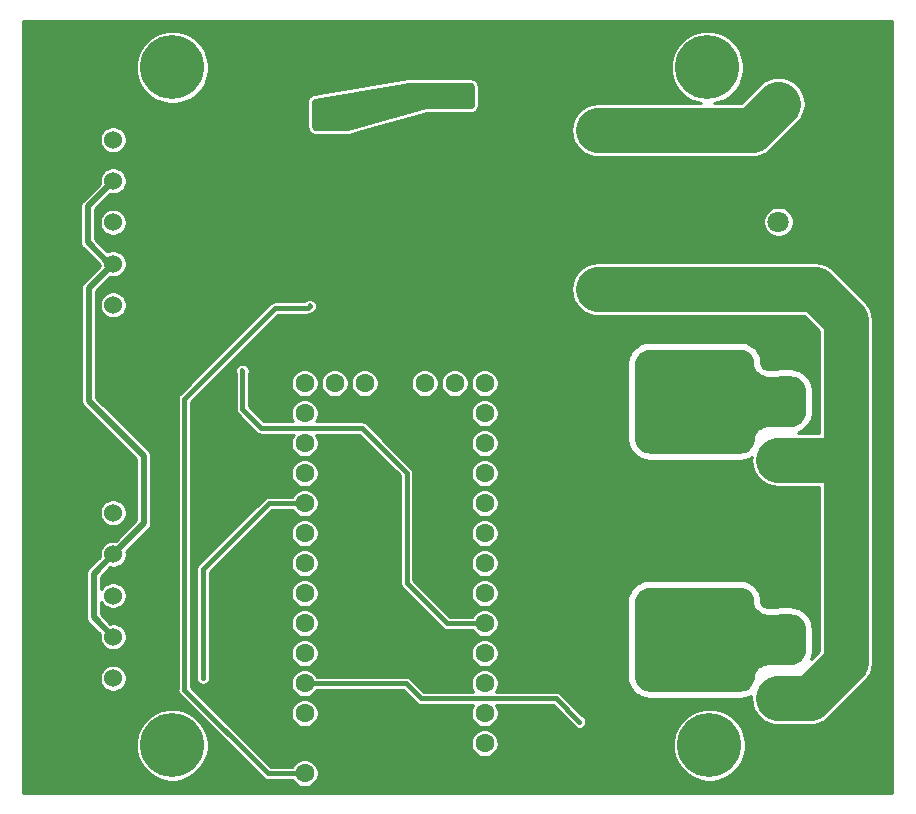
<source format=gbr>
%TF.GenerationSoftware,KiCad,Pcbnew,(5.1.9)-1*%
%TF.CreationDate,2021-12-25T23:37:10-05:00*%
%TF.ProjectId,4runner-seat-heat,3472756e-6e65-4722-9d73-6561742d6865,rev?*%
%TF.SameCoordinates,Original*%
%TF.FileFunction,Copper,L2,Bot*%
%TF.FilePolarity,Positive*%
%FSLAX46Y46*%
G04 Gerber Fmt 4.6, Leading zero omitted, Abs format (unit mm)*
G04 Created by KiCad (PCBNEW (5.1.9)-1) date 2021-12-25 23:37:10*
%MOMM*%
%LPD*%
G01*
G04 APERTURE LIST*
%TA.AperFunction,ComponentPad*%
%ADD10C,1.600000*%
%TD*%
%TA.AperFunction,ComponentPad*%
%ADD11R,1.600000X1.600000*%
%TD*%
%TA.AperFunction,ComponentPad*%
%ADD12C,1.800000*%
%TD*%
%TA.AperFunction,ComponentPad*%
%ADD13C,5.410200*%
%TD*%
%TA.AperFunction,ComponentPad*%
%ADD14C,2.159000*%
%TD*%
%TA.AperFunction,ComponentPad*%
%ADD15C,1.524000*%
%TD*%
%TA.AperFunction,ViaPad*%
%ADD16C,0.457200*%
%TD*%
%TA.AperFunction,Conductor*%
%ADD17C,0.381000*%
%TD*%
%TA.AperFunction,Conductor*%
%ADD18C,0.508000*%
%TD*%
%TA.AperFunction,Conductor*%
%ADD19C,3.810000*%
%TD*%
%TA.AperFunction,Conductor*%
%ADD20C,0.254000*%
%TD*%
%TA.AperFunction,Conductor*%
%ADD21C,0.100000*%
%TD*%
G04 APERTURE END LIST*
D10*
%TO.P,U2,GND*%
%TO.N,GND*%
X31838900Y-31115000D03*
%TO.P,U2,Program*%
%TO.N,Net-(U2-PadProgram)*%
X29298900Y-31115000D03*
%TO.P,U2,A14*%
%TO.N,Net-(U2-PadA14)*%
X26758900Y-31115000D03*
%TO.P,U2,13*%
%TO.N,Net-(U2-Pad13)*%
X24218900Y-31115000D03*
%TO.P,U2,3.3V*%
%TO.N,Net-(U2-Pad3.3V)*%
X34378900Y-31115000D03*
%TO.P,U2,VBat*%
%TO.N,Net-(U2-PadVBat)*%
X36918900Y-31115000D03*
%TO.P,U2,12*%
%TO.N,Net-(U2-Pad12)*%
X39458900Y-31115000D03*
%TO.P,U2,14*%
%TO.N,Right-Pot*%
X24218900Y-33655000D03*
%TO.P,U2,15*%
%TO.N,Left-Pot*%
X24218900Y-36195000D03*
%TO.P,U2,16*%
%TO.N,Net-(R19-Pad1)*%
X24218900Y-38735000D03*
%TO.P,U2,17*%
%TO.N,Net-(R17-Pad1)*%
X24218900Y-41275000D03*
%TO.P,U2,18*%
%TO.N,Net-(U2-Pad18)*%
X24218900Y-43815000D03*
%TO.P,U2,19*%
%TO.N,Net-(U2-Pad19)*%
X24218900Y-46355000D03*
%TO.P,U2,20*%
%TO.N,Net-(U2-Pad20)*%
X24218900Y-48895000D03*
%TO.P,U2,21*%
%TO.N,Net-(U2-Pad21)*%
X24218900Y-51435000D03*
%TO.P,U2,22*%
%TO.N,Right-Heat-3V3*%
X24218900Y-53975000D03*
%TO.P,U2,23*%
%TO.N,Left-Heat-3V3*%
X24218900Y-56515000D03*
%TO.P,U2,3V3*%
%TO.N,Net-(U2-Pad3V3)*%
X24218900Y-59055000D03*
%TO.P,U2,AGND*%
%TO.N,GND*%
X24218900Y-61595000D03*
%TO.P,U2,Vin*%
%TO.N,3V3*%
X24218900Y-64135000D03*
%TO.P,U2,11*%
%TO.N,Net-(U2-Pad11)*%
X39458900Y-33655000D03*
%TO.P,U2,10*%
%TO.N,Net-(U2-Pad10)*%
X39458900Y-36195000D03*
%TO.P,U2,9*%
%TO.N,Net-(U2-Pad9)*%
X39458900Y-38735000D03*
%TO.P,U2,8*%
%TO.N,Net-(U2-Pad8)*%
X39458900Y-41275000D03*
%TO.P,U2,7*%
%TO.N,Net-(U2-Pad7)*%
X39458900Y-43815000D03*
%TO.P,U2,6*%
%TO.N,Net-(U2-Pad6)*%
X39458900Y-46355000D03*
%TO.P,U2,5*%
%TO.N,Net-(U2-Pad5)*%
X39458900Y-48895000D03*
%TO.P,U2,4*%
%TO.N,Right-Illum-3V3*%
X39458900Y-51435000D03*
%TO.P,U2,3*%
%TO.N,Left-Illum-3V3*%
X39458900Y-53975000D03*
%TO.P,U2,2*%
%TO.N,Net-(U2-Pad2)*%
X39458900Y-56515000D03*
%TO.P,U2,1*%
%TO.N,Net-(U2-Pad1)*%
X39458900Y-59055000D03*
%TO.P,U2,0*%
%TO.N,Net-(U2-Pad0)*%
X39458900Y-61595000D03*
D11*
%TO.P,U2,GND*%
%TO.N,GND*%
X39458900Y-64135000D03*
%TD*%
D12*
%TO.P,J10,3*%
%TO.N,/12VDC-IGN*%
X64338200Y-7449800D03*
%TO.P,J10,2*%
%TO.N,GND*%
X64338200Y-12449800D03*
%TO.P,J10,1*%
%TO.N,+Lights*%
X64338200Y-17449800D03*
%TD*%
%TO.P,Left-Heater,2*%
%TO.N,Net-(Left-Heater1-Pad2)*%
X64312800Y-52785000D03*
%TO.P,Left-Heater,1*%
%TO.N,+12VDC*%
X64312800Y-57785000D03*
%TD*%
%TO.P,Right-Heater,2*%
%TO.N,Net-(Q2-Pad3)*%
X64338200Y-32592000D03*
%TO.P,Right-Heater,1*%
%TO.N,+12VDC*%
X64338200Y-37592000D03*
%TD*%
D13*
%TO.P,REF\u002A\u002A,1*%
%TO.N,N/C*%
X58318400Y-4368800D03*
%TD*%
%TO.P,REF\u002A\u002A,1*%
%TO.N,N/C*%
X13030200Y-4368800D03*
%TD*%
%TO.P,REF\u002A\u002A,1*%
%TO.N,N/C*%
X58496200Y-61747400D03*
%TD*%
%TO.P,REF\u002A\u002A,1*%
%TO.N,N/C*%
X13004800Y-61747400D03*
%TD*%
D14*
%TO.P,F1,1*%
%TO.N,/12VDC-IGN*%
X52489100Y-9690100D03*
%TO.P,F1,2*%
%TO.N,+12VDC*%
X52489100Y-23152100D03*
%TO.P,F1,1*%
%TO.N,/12VDC-IGN*%
X49085500Y-9690100D03*
%TO.P,F1,2*%
%TO.N,+12VDC*%
X49085500Y-23152100D03*
%TD*%
D15*
%TO.P,Right Switch,6*%
%TO.N,Right-Illum*%
X8001000Y-24485000D03*
%TO.P,Right Switch,5*%
%TO.N,+12-Polyfuse*%
X8001000Y-20985000D03*
%TO.P,Right Switch,4*%
%TO.N,Net-(J3-Pad4)*%
X8001000Y-17485000D03*
%TO.P,Right Switch,3*%
%TO.N,+12-Polyfuse*%
X8001000Y-13985000D03*
%TO.P,Right Switch,2*%
%TO.N,Net-(J3-Pad2)*%
X8001000Y-10485000D03*
%TO.P,Right Switch,1*%
%TO.N,GND*%
X8001000Y-6985000D03*
%TD*%
%TO.P,Left Switch,1*%
%TO.N,GND*%
X8001000Y-38582600D03*
%TO.P,Left Switch,2*%
%TO.N,Net-(J8-Pad2)*%
X8001000Y-42082600D03*
%TO.P,Left Switch,3*%
%TO.N,+12-Polyfuse*%
X8001000Y-45582600D03*
%TO.P,Left Switch,4*%
%TO.N,Net-(J8-Pad4)*%
X8001000Y-49082600D03*
%TO.P,Left Switch,5*%
%TO.N,+12-Polyfuse*%
X8001000Y-52582600D03*
%TO.P,Left Switch,6*%
%TO.N,Left-Illum*%
X8001000Y-56082600D03*
%TD*%
D16*
%TO.N,GND*%
X54432200Y-14109700D03*
X54432200Y-19519900D03*
%TO.N,Net-(C7-Pad1)*%
X35928300Y-6134100D03*
X37630100Y-6134100D03*
X36779200Y-6134100D03*
X35928300Y-6896100D03*
X37630100Y-6896100D03*
X36779200Y-6896100D03*
X25488900Y-7454900D03*
X25488900Y-8305800D03*
X25488900Y-9156700D03*
%TO.N,GND*%
X41948100Y-54419500D03*
X45554900Y-54419500D03*
X43751500Y-50812700D03*
X43751500Y-54419500D03*
X47358300Y-56222900D03*
X41948100Y-52616100D03*
X43751500Y-56222900D03*
X43751500Y-52616100D03*
X45554900Y-52616100D03*
X49161700Y-52616100D03*
X41948100Y-49009300D03*
X49161700Y-56222900D03*
X49161700Y-54419500D03*
X45554900Y-50812700D03*
X47358300Y-49009300D03*
X49161700Y-50812700D03*
X43751500Y-49009300D03*
X45554900Y-56222900D03*
X47358300Y-50812700D03*
X47358300Y-52616100D03*
X45554900Y-49009300D03*
X49161700Y-49009300D03*
X47358300Y-54419500D03*
%TO.N,Net-(Left-Heater1-Pad2)*%
X53517800Y-49174400D03*
X58928000Y-52781200D03*
X60731400Y-52781200D03*
X58928000Y-54584600D03*
X57124600Y-56388000D03*
X60731400Y-54584600D03*
X53517800Y-56388000D03*
X58928000Y-56388000D03*
X60731400Y-56388000D03*
X55321200Y-56388000D03*
X58928000Y-49174400D03*
X60731400Y-50977800D03*
X55321200Y-49174400D03*
X57124600Y-49174400D03*
X58928000Y-50977800D03*
X60731400Y-49174400D03*
%TO.N,Net-(Q2-Pad3)*%
X53530500Y-29019500D03*
X55333900Y-29019500D03*
X57137300Y-29019500D03*
X58940700Y-29019500D03*
X60744100Y-29019500D03*
X58940700Y-30822900D03*
X60744100Y-30822900D03*
X58940700Y-32626300D03*
X60744100Y-32626300D03*
X58940700Y-34429700D03*
X60744100Y-34429700D03*
X53530500Y-36233100D03*
X55333900Y-36233100D03*
X57137300Y-36233100D03*
X58940700Y-36233100D03*
X60744100Y-36233100D03*
%TO.N,GND*%
X41960800Y-28854400D03*
X47371000Y-32461200D03*
X45567600Y-32461200D03*
X49174400Y-32461200D03*
X43764200Y-34264600D03*
X45567600Y-34264600D03*
X47371000Y-34264600D03*
X41960800Y-34264600D03*
X45567600Y-36068000D03*
X49174400Y-34264600D03*
X47371000Y-36068000D03*
X49174400Y-36068000D03*
X43764200Y-36068000D03*
X45567600Y-30657800D03*
X47371000Y-28854400D03*
X49174400Y-30657800D03*
X43764200Y-28854400D03*
X45567600Y-28854400D03*
X43764200Y-30657800D03*
X47371000Y-30657800D03*
X41960800Y-32461200D03*
X43764200Y-32461200D03*
X49174400Y-28854400D03*
X29298900Y-10706100D03*
X54432200Y-17716500D03*
X58039000Y-17716500D03*
X56235600Y-14109700D03*
X56235600Y-17716500D03*
X59842400Y-19519900D03*
X54432200Y-15913100D03*
X56235600Y-19519900D03*
X56235600Y-15913100D03*
X58039000Y-15913100D03*
X61645800Y-15913100D03*
X54432200Y-12306300D03*
X61645800Y-19519900D03*
X61645800Y-17716500D03*
X58039000Y-14109700D03*
X59842400Y-12306300D03*
X56235600Y-12306300D03*
X58039000Y-19519900D03*
X59842400Y-14109700D03*
X59842400Y-15913100D03*
X58039000Y-12306300D03*
X59842400Y-17716500D03*
X67094100Y-10477500D03*
X68897500Y-10477500D03*
X65290700Y-10477500D03*
X61683900Y-14084300D03*
X67094100Y-14084300D03*
X63487300Y-15887700D03*
X61683900Y-12280900D03*
X68897500Y-14084300D03*
X67094100Y-12280900D03*
X68897500Y-12280900D03*
X65290700Y-15887700D03*
X67094100Y-15887700D03*
X68897500Y-8674100D03*
X67094100Y-8674100D03*
X68897500Y-15887700D03*
X65290700Y-14084300D03*
X63487300Y-14084300D03*
X4447309Y-1003300D03*
X7726218Y-1003300D03*
X10617200Y-850900D03*
X15506700Y-939800D03*
X17562945Y-1003300D03*
X20841854Y-1003300D03*
X24120763Y-1003300D03*
X27399672Y-1003300D03*
X30678581Y-1003300D03*
X33957490Y-1003300D03*
X37236399Y-1003300D03*
X40515308Y-1003300D03*
X43794217Y-1003300D03*
X47073126Y-1003300D03*
X50352035Y-1003300D03*
X53630944Y-1003300D03*
X55829200Y-927100D03*
X60769500Y-977900D03*
X63467671Y-1003300D03*
X66746580Y-1003300D03*
X70025489Y-1003300D03*
X73304400Y-965200D03*
X66760420Y-64884300D03*
X70038751Y-64884300D03*
X56184800Y-65112900D03*
X60883800Y-65125600D03*
X7750462Y-64884300D03*
X41275000Y-64871600D03*
X17585455Y-64884300D03*
X50368765Y-64884300D03*
X73317100Y-64846200D03*
X33977110Y-64884300D03*
X37223700Y-65176400D03*
X63482089Y-64884300D03*
X4472131Y-64884300D03*
X1193800Y-64858900D03*
X43812103Y-64884300D03*
X11028793Y-64884300D03*
X14307124Y-64884300D03*
X20863786Y-64884300D03*
X30698779Y-64884300D03*
X47090434Y-64884300D03*
X53647096Y-64884300D03*
X27825700Y-64884300D03*
X1193800Y-55768240D03*
X1193800Y-59014360D03*
X1193800Y-7076440D03*
X1193800Y-39537640D03*
X1193800Y-16814800D03*
X1193800Y-49276000D03*
X1193800Y-33045400D03*
X1193800Y-36291520D03*
X1193800Y-62260480D03*
X1193800Y-3830320D03*
X1168400Y-977900D03*
X1193800Y-42783760D03*
X1193800Y-10322560D03*
X1193800Y-13568680D03*
X1193800Y-20060920D03*
X1193800Y-23307040D03*
X1193800Y-29799280D03*
X1193800Y-46029880D03*
X1193800Y-52522120D03*
X1193800Y-26553160D03*
X73355200Y-20048220D03*
X73355200Y-33032700D03*
X73355200Y-49263300D03*
X73355200Y-62247780D03*
X73355200Y-29786580D03*
X73355200Y-39524940D03*
X73355200Y-55755540D03*
X73355200Y-46017180D03*
X73355200Y-36278820D03*
X73355200Y-42771060D03*
X73355200Y-23294340D03*
X73355200Y-13555980D03*
X73355200Y-59001660D03*
X73355200Y-7063740D03*
X73355200Y-26540460D03*
X73355200Y-3817620D03*
X73355200Y-10309860D03*
X73355200Y-52509420D03*
X73355200Y-16802100D03*
X8255000Y-4216400D03*
X17094200Y-3162300D03*
X21386800Y-4216400D03*
X23914100Y-2832100D03*
X19646900Y-5537200D03*
X10502900Y-7226300D03*
X6121400Y-5575300D03*
X10756900Y-10109200D03*
X13030200Y-10883900D03*
X18808700Y-8445500D03*
X21691600Y-8534400D03*
X33934400Y-3073400D03*
X39509700Y-3073400D03*
X44399200Y-3340100D03*
X50215800Y-3797300D03*
X54241700Y-5194300D03*
X45859700Y-8394700D03*
X45834300Y-14312900D03*
X50317400Y-17195800D03*
X63411100Y-5067300D03*
X64414400Y-3136900D03*
X66611500Y-5626100D03*
X70637400Y-3568700D03*
X71729600Y-12611100D03*
X70827900Y-20066000D03*
X65544700Y-19761200D03*
X51816000Y-13347700D03*
X43840400Y-23787100D03*
X36855400Y-25577800D03*
X40284400Y-20955000D03*
X24117300Y-27508200D03*
X30607000Y-27139900D03*
X10820400Y-17335500D03*
X14414500Y-17602200D03*
X16675100Y-19723100D03*
X9969500Y-24206200D03*
X15214600Y-22821900D03*
X7797800Y-29032200D03*
X12052300Y-27990800D03*
X10922000Y-32067500D03*
X14020800Y-30530800D03*
X12814300Y-35547300D03*
X17145000Y-32753300D03*
X16205200Y-37045900D03*
X19532600Y-36220400D03*
X27076400Y-41033700D03*
X44462700Y-38442900D03*
X56934100Y-38214300D03*
X45567600Y-43827700D03*
X57759600Y-44132500D03*
X51777900Y-44361100D03*
X56934100Y-58254900D03*
X44234100Y-60286900D03*
X47790100Y-62280800D03*
X26847800Y-61112400D03*
X35496500Y-59690000D03*
X11430000Y-56235600D03*
X20320000Y-60871100D03*
X20205700Y-55168800D03*
X20447000Y-46850300D03*
X26619200Y-51612800D03*
X27825700Y-49847500D03*
X41490900Y-38544500D03*
X22466300Y-49453800D03*
X20408900Y-48323500D03*
X26797000Y-46291500D03*
X20701000Y-42938700D03*
X22504400Y-39903400D03*
X19215100Y-38315900D03*
X27889200Y-37541200D03*
X11899900Y-40043100D03*
X11163300Y-43853100D03*
X10439400Y-46621700D03*
X64655700Y-43180000D03*
X64452500Y-47866300D03*
X69608700Y-61264800D03*
X41579800Y-59728100D03*
X36728400Y-56476900D03*
X35737800Y-46062900D03*
X34239200Y-35496500D03*
X29349700Y-33261300D03*
X43408600Y-44005500D03*
X31623000Y-52705000D03*
X31445200Y-48526700D03*
X41071800Y-12763500D03*
X18643600Y-15201900D03*
X19697700Y-18262600D03*
X31318200Y-40563800D03*
X37503100Y-50292000D03*
%TO.N,3V3*%
X24663400Y-24574500D03*
%TO.N,Left-Heat-3V3*%
X47472600Y-59766200D03*
%TO.N,Right-Illum-3V3*%
X18948400Y-30060900D03*
%TO.N,Net-(R17-Pad1)*%
X15621000Y-56032400D03*
%TD*%
D17*
%TO.N,3V3*%
X24218900Y-64135000D02*
X21107400Y-64135000D01*
X21107400Y-64135000D02*
X14033500Y-57061100D01*
X14033500Y-57061100D02*
X14033500Y-32435800D01*
X14033500Y-32435800D02*
X21742400Y-24726900D01*
X24511000Y-24726900D02*
X24663400Y-24574500D01*
X21742400Y-24726900D02*
X24511000Y-24726900D01*
D18*
%TO.N,+12-Polyfuse*%
X8001000Y-52582600D02*
X6350000Y-50931600D01*
X6350000Y-47233600D02*
X8001000Y-45582600D01*
X6350000Y-50931600D02*
X6350000Y-47233600D01*
X5854700Y-16131300D02*
X8001000Y-13985000D01*
X5854700Y-19177000D02*
X5854700Y-16131300D01*
X7662700Y-20985000D02*
X5854700Y-19177000D01*
X8001000Y-20985000D02*
X7662700Y-20985000D01*
X5943600Y-23042400D02*
X8001000Y-20985000D01*
X5943600Y-32613600D02*
X5943600Y-23042400D01*
X10604500Y-37274500D02*
X5943600Y-32613600D01*
X10604500Y-42979100D02*
X10604500Y-37274500D01*
X8001000Y-45582600D02*
X10604500Y-42979100D01*
D19*
%TO.N,+12VDC*%
X49085500Y-23152100D02*
X67424300Y-23152100D01*
X67424300Y-23152100D02*
X70040500Y-25768300D01*
X66992500Y-57785000D02*
X64312800Y-57785000D01*
X70040500Y-54737000D02*
X66992500Y-57785000D01*
X69938900Y-37592000D02*
X70040500Y-37693600D01*
X64338200Y-37592000D02*
X69938900Y-37592000D01*
X70040500Y-37693600D02*
X70040500Y-54737000D01*
X70040500Y-25768300D02*
X70040500Y-37693600D01*
%TO.N,/12VDC-IGN*%
X62097900Y-9690100D02*
X49085500Y-9690100D01*
X64338200Y-7449800D02*
X62097900Y-9690100D01*
D17*
%TO.N,Left-Heat-3V3*%
X45491400Y-57785000D02*
X47472600Y-59766200D01*
X34086800Y-57785000D02*
X45491400Y-57785000D01*
X32816800Y-56515000D02*
X34086800Y-57785000D01*
X24218900Y-56515000D02*
X32816800Y-56515000D01*
%TO.N,Right-Illum-3V3*%
X18948400Y-33299400D02*
X18948400Y-30060900D01*
X29070300Y-34899600D02*
X20548600Y-34899600D01*
X32854900Y-38684200D02*
X29070300Y-34899600D01*
X20548600Y-34899600D02*
X18948400Y-33299400D01*
X32854900Y-47993300D02*
X32854900Y-38684200D01*
X36296600Y-51435000D02*
X32854900Y-47993300D01*
X39458900Y-51435000D02*
X36296600Y-51435000D01*
%TO.N,Net-(R17-Pad1)*%
X21209000Y-41275000D02*
X24218900Y-41275000D01*
X15621000Y-46863000D02*
X21209000Y-41275000D01*
X15621000Y-56032400D02*
X15621000Y-46863000D01*
%TD*%
D20*
%TO.N,Net-(C7-Pad1)*%
X38304172Y-5796018D02*
X38364053Y-5808244D01*
X38404211Y-5835287D01*
X38431020Y-5875598D01*
X38442900Y-5935548D01*
X38442900Y-7599068D01*
X38430816Y-7659504D01*
X38403577Y-7700011D01*
X38362859Y-7726928D01*
X38302325Y-7738536D01*
X34581140Y-7709189D01*
X34563240Y-7710314D01*
X34492319Y-7719835D01*
X34474758Y-7723470D01*
X27884246Y-9581366D01*
X27832648Y-9588500D01*
X25107710Y-9588500D01*
X25047551Y-9576533D01*
X25007157Y-9549543D01*
X24980167Y-9509149D01*
X24968200Y-9448990D01*
X24968200Y-7249119D01*
X24977807Y-7194951D01*
X24999747Y-7157206D01*
X25033330Y-7129308D01*
X25085153Y-7110849D01*
X33064816Y-5768591D01*
X33097500Y-5765957D01*
X38304172Y-5796018D01*
%TA.AperFunction,Conductor*%
D21*
G36*
X38304172Y-5796018D02*
G01*
X38364053Y-5808244D01*
X38404211Y-5835287D01*
X38431020Y-5875598D01*
X38442900Y-5935548D01*
X38442900Y-7599068D01*
X38430816Y-7659504D01*
X38403577Y-7700011D01*
X38362859Y-7726928D01*
X38302325Y-7738536D01*
X34581140Y-7709189D01*
X34563240Y-7710314D01*
X34492319Y-7719835D01*
X34474758Y-7723470D01*
X27884246Y-9581366D01*
X27832648Y-9588500D01*
X25107710Y-9588500D01*
X25047551Y-9576533D01*
X25007157Y-9549543D01*
X24980167Y-9509149D01*
X24968200Y-9448990D01*
X24968200Y-7249119D01*
X24977807Y-7194951D01*
X24999747Y-7157206D01*
X25033330Y-7129308D01*
X25085153Y-7110849D01*
X33064816Y-5768591D01*
X33097500Y-5765957D01*
X38304172Y-5796018D01*
G37*
%TD.AperFunction*%
%TD*%
D20*
%TO.N,Net-(Left-Heater1-Pad2)*%
X61290215Y-48534003D02*
X61479510Y-48591421D01*
X61653970Y-48684666D01*
X61806891Y-48810153D01*
X61932389Y-48963057D01*
X62025649Y-49137507D01*
X62083089Y-49326806D01*
X62103723Y-49536110D01*
X62103727Y-49536155D01*
X62125621Y-49757432D01*
X62130516Y-49781935D01*
X62195311Y-49994642D01*
X62204908Y-50017712D01*
X62310095Y-50213616D01*
X62324022Y-50234360D01*
X62465528Y-50405879D01*
X62483249Y-50423495D01*
X62655599Y-50563988D01*
X62676425Y-50577793D01*
X62872946Y-50681824D01*
X62896072Y-50691285D01*
X63109157Y-50754825D01*
X63133687Y-50759575D01*
X63355089Y-50780166D01*
X63367586Y-50780710D01*
X65327408Y-50769350D01*
X65531916Y-50786090D01*
X65724991Y-50836750D01*
X65906301Y-50920240D01*
X66070307Y-51034008D01*
X66212016Y-51174591D01*
X66327096Y-51337691D01*
X66412031Y-51518326D01*
X66464231Y-51710987D01*
X66482603Y-51915349D01*
X66486419Y-53656935D01*
X66469106Y-53860437D01*
X66418225Y-54052486D01*
X66334834Y-54232835D01*
X66221473Y-54395991D01*
X66081547Y-54537054D01*
X65919306Y-54651739D01*
X65739650Y-54736584D01*
X65548014Y-54789020D01*
X65344654Y-54807981D01*
X63424261Y-54819330D01*
X63412158Y-54819980D01*
X63191911Y-54842386D01*
X63168166Y-54847122D01*
X62956174Y-54910921D01*
X62933759Y-54920077D01*
X62737727Y-55022949D01*
X62717457Y-55036193D01*
X62544513Y-55174400D01*
X62527125Y-55191250D01*
X62383553Y-55359767D01*
X62369678Y-55379611D01*
X62260698Y-55572314D01*
X62250843Y-55594431D01*
X62180416Y-55804314D01*
X62174936Y-55827899D01*
X62145622Y-56047334D01*
X62145623Y-56047334D01*
X62117916Y-56254152D01*
X62055193Y-56440390D01*
X61958144Y-56611259D01*
X61830317Y-56760512D01*
X61676399Y-56882677D01*
X61502024Y-56973284D01*
X61313580Y-57029010D01*
X61111886Y-57048400D01*
X53421748Y-57048400D01*
X53217805Y-57030557D01*
X53025435Y-56979012D01*
X52844940Y-56894845D01*
X52681810Y-56780620D01*
X52540980Y-56639790D01*
X52426755Y-56476660D01*
X52342588Y-56296165D01*
X52291043Y-56103795D01*
X52273200Y-55899852D01*
X52273200Y-49662548D01*
X52291043Y-49458605D01*
X52342588Y-49266235D01*
X52426755Y-49085740D01*
X52540980Y-48922610D01*
X52681810Y-48781780D01*
X52844940Y-48667555D01*
X53025435Y-48583388D01*
X53217805Y-48531843D01*
X53421748Y-48514000D01*
X61087106Y-48514000D01*
X61290215Y-48534003D01*
%TA.AperFunction,Conductor*%
D21*
G36*
X61290215Y-48534003D02*
G01*
X61479510Y-48591421D01*
X61653970Y-48684666D01*
X61806891Y-48810153D01*
X61932389Y-48963057D01*
X62025649Y-49137507D01*
X62083089Y-49326806D01*
X62103723Y-49536110D01*
X62103727Y-49536155D01*
X62125621Y-49757432D01*
X62130516Y-49781935D01*
X62195311Y-49994642D01*
X62204908Y-50017712D01*
X62310095Y-50213616D01*
X62324022Y-50234360D01*
X62465528Y-50405879D01*
X62483249Y-50423495D01*
X62655599Y-50563988D01*
X62676425Y-50577793D01*
X62872946Y-50681824D01*
X62896072Y-50691285D01*
X63109157Y-50754825D01*
X63133687Y-50759575D01*
X63355089Y-50780166D01*
X63367586Y-50780710D01*
X65327408Y-50769350D01*
X65531916Y-50786090D01*
X65724991Y-50836750D01*
X65906301Y-50920240D01*
X66070307Y-51034008D01*
X66212016Y-51174591D01*
X66327096Y-51337691D01*
X66412031Y-51518326D01*
X66464231Y-51710987D01*
X66482603Y-51915349D01*
X66486419Y-53656935D01*
X66469106Y-53860437D01*
X66418225Y-54052486D01*
X66334834Y-54232835D01*
X66221473Y-54395991D01*
X66081547Y-54537054D01*
X65919306Y-54651739D01*
X65739650Y-54736584D01*
X65548014Y-54789020D01*
X65344654Y-54807981D01*
X63424261Y-54819330D01*
X63412158Y-54819980D01*
X63191911Y-54842386D01*
X63168166Y-54847122D01*
X62956174Y-54910921D01*
X62933759Y-54920077D01*
X62737727Y-55022949D01*
X62717457Y-55036193D01*
X62544513Y-55174400D01*
X62527125Y-55191250D01*
X62383553Y-55359767D01*
X62369678Y-55379611D01*
X62260698Y-55572314D01*
X62250843Y-55594431D01*
X62180416Y-55804314D01*
X62174936Y-55827899D01*
X62145622Y-56047334D01*
X62145623Y-56047334D01*
X62117916Y-56254152D01*
X62055193Y-56440390D01*
X61958144Y-56611259D01*
X61830317Y-56760512D01*
X61676399Y-56882677D01*
X61502024Y-56973284D01*
X61313580Y-57029010D01*
X61111886Y-57048400D01*
X53421748Y-57048400D01*
X53217805Y-57030557D01*
X53025435Y-56979012D01*
X52844940Y-56894845D01*
X52681810Y-56780620D01*
X52540980Y-56639790D01*
X52426755Y-56476660D01*
X52342588Y-56296165D01*
X52291043Y-56103795D01*
X52273200Y-55899852D01*
X52273200Y-49662548D01*
X52291043Y-49458605D01*
X52342588Y-49266235D01*
X52426755Y-49085740D01*
X52540980Y-48922610D01*
X52681810Y-48781780D01*
X52844940Y-48667555D01*
X53025435Y-48583388D01*
X53217805Y-48531843D01*
X53421748Y-48514000D01*
X61087106Y-48514000D01*
X61290215Y-48534003D01*
G37*
%TD.AperFunction*%
%TD*%
D20*
%TO.N,GND*%
X73991001Y-65812000D02*
X406000Y-65812000D01*
X406000Y-61443446D01*
X9918700Y-61443446D01*
X9918700Y-62051354D01*
X10037297Y-62647582D01*
X10269934Y-63209216D01*
X10607670Y-63714674D01*
X11037526Y-64144530D01*
X11542984Y-64482266D01*
X12104618Y-64714903D01*
X12700846Y-64833500D01*
X13308754Y-64833500D01*
X13904982Y-64714903D01*
X14466616Y-64482266D01*
X14972074Y-64144530D01*
X15401930Y-63714674D01*
X15739666Y-63209216D01*
X15972303Y-62647582D01*
X16090900Y-62051354D01*
X16090900Y-61443446D01*
X15972303Y-60847218D01*
X15739666Y-60285584D01*
X15401930Y-59780126D01*
X14972074Y-59350270D01*
X14466616Y-59012534D01*
X13904982Y-58779897D01*
X13308754Y-58661300D01*
X12700846Y-58661300D01*
X12104618Y-58779897D01*
X11542984Y-59012534D01*
X11037526Y-59350270D01*
X10607670Y-59780126D01*
X10269934Y-60285584D01*
X10037297Y-60847218D01*
X9918700Y-61443446D01*
X406000Y-61443446D01*
X406000Y-55970024D01*
X6858000Y-55970024D01*
X6858000Y-56195176D01*
X6901925Y-56416001D01*
X6988087Y-56624013D01*
X7113174Y-56811220D01*
X7272380Y-56970426D01*
X7459587Y-57095513D01*
X7667599Y-57181675D01*
X7888424Y-57225600D01*
X8113576Y-57225600D01*
X8334401Y-57181675D01*
X8542413Y-57095513D01*
X8729620Y-56970426D01*
X8888826Y-56811220D01*
X9013913Y-56624013D01*
X9100075Y-56416001D01*
X9144000Y-56195176D01*
X9144000Y-55970024D01*
X9100075Y-55749199D01*
X9013913Y-55541187D01*
X8888826Y-55353980D01*
X8729620Y-55194774D01*
X8542413Y-55069687D01*
X8334401Y-54983525D01*
X8113576Y-54939600D01*
X7888424Y-54939600D01*
X7667599Y-54983525D01*
X7459587Y-55069687D01*
X7272380Y-55194774D01*
X7113174Y-55353980D01*
X6988087Y-55541187D01*
X6901925Y-55749199D01*
X6858000Y-55970024D01*
X406000Y-55970024D01*
X406000Y-41970024D01*
X6858000Y-41970024D01*
X6858000Y-42195176D01*
X6901925Y-42416001D01*
X6988087Y-42624013D01*
X7113174Y-42811220D01*
X7272380Y-42970426D01*
X7459587Y-43095513D01*
X7667599Y-43181675D01*
X7888424Y-43225600D01*
X8113576Y-43225600D01*
X8334401Y-43181675D01*
X8542413Y-43095513D01*
X8729620Y-42970426D01*
X8888826Y-42811220D01*
X9013913Y-42624013D01*
X9100075Y-42416001D01*
X9144000Y-42195176D01*
X9144000Y-41970024D01*
X9100075Y-41749199D01*
X9013913Y-41541187D01*
X8888826Y-41353980D01*
X8729620Y-41194774D01*
X8542413Y-41069687D01*
X8334401Y-40983525D01*
X8113576Y-40939600D01*
X7888424Y-40939600D01*
X7667599Y-40983525D01*
X7459587Y-41069687D01*
X7272380Y-41194774D01*
X7113174Y-41353980D01*
X6988087Y-41541187D01*
X6901925Y-41749199D01*
X6858000Y-41970024D01*
X406000Y-41970024D01*
X406000Y-16131300D01*
X5216629Y-16131300D01*
X5219701Y-16162491D01*
X5219700Y-19145819D01*
X5216629Y-19177000D01*
X5219700Y-19208181D01*
X5219700Y-19208191D01*
X5228888Y-19301481D01*
X5265198Y-19421179D01*
X5324163Y-19531493D01*
X5403515Y-19628185D01*
X5427750Y-19648074D01*
X6858000Y-21078325D01*
X6858000Y-21097576D01*
X6879967Y-21208009D01*
X5516646Y-22571330D01*
X5492416Y-22591215D01*
X5472532Y-22615444D01*
X5413063Y-22687907D01*
X5354098Y-22798221D01*
X5317789Y-22917919D01*
X5305529Y-23042400D01*
X5308601Y-23073591D01*
X5308600Y-32582419D01*
X5305529Y-32613600D01*
X5308600Y-32644781D01*
X5308600Y-32644791D01*
X5317788Y-32738081D01*
X5354098Y-32857779D01*
X5413063Y-32968093D01*
X5492415Y-33064785D01*
X5516650Y-33084674D01*
X9969501Y-37537526D01*
X9969500Y-42716075D01*
X8224009Y-44461567D01*
X8113576Y-44439600D01*
X7888424Y-44439600D01*
X7667599Y-44483525D01*
X7459587Y-44569687D01*
X7272380Y-44694774D01*
X7113174Y-44853980D01*
X6988087Y-45041187D01*
X6901925Y-45249199D01*
X6858000Y-45470024D01*
X6858000Y-45695176D01*
X6879966Y-45805608D01*
X5923046Y-46762530D01*
X5898816Y-46782415D01*
X5850612Y-46841152D01*
X5819463Y-46879107D01*
X5760498Y-46989421D01*
X5724189Y-47109119D01*
X5711929Y-47233600D01*
X5715001Y-47264791D01*
X5715000Y-50900419D01*
X5711929Y-50931600D01*
X5715000Y-50962781D01*
X5715000Y-50962791D01*
X5724188Y-51056081D01*
X5760498Y-51175779D01*
X5819463Y-51286093D01*
X5898815Y-51382785D01*
X5923050Y-51402674D01*
X6879966Y-52359592D01*
X6858000Y-52470024D01*
X6858000Y-52695176D01*
X6901925Y-52916001D01*
X6988087Y-53124013D01*
X7113174Y-53311220D01*
X7272380Y-53470426D01*
X7459587Y-53595513D01*
X7667599Y-53681675D01*
X7888424Y-53725600D01*
X8113576Y-53725600D01*
X8334401Y-53681675D01*
X8542413Y-53595513D01*
X8729620Y-53470426D01*
X8888826Y-53311220D01*
X9013913Y-53124013D01*
X9100075Y-52916001D01*
X9144000Y-52695176D01*
X9144000Y-52470024D01*
X9100075Y-52249199D01*
X9013913Y-52041187D01*
X8888826Y-51853980D01*
X8729620Y-51694774D01*
X8542413Y-51569687D01*
X8334401Y-51483525D01*
X8113576Y-51439600D01*
X7888424Y-51439600D01*
X7777992Y-51461566D01*
X6985000Y-50668576D01*
X6985000Y-49616560D01*
X6988087Y-49624013D01*
X7113174Y-49811220D01*
X7272380Y-49970426D01*
X7459587Y-50095513D01*
X7667599Y-50181675D01*
X7888424Y-50225600D01*
X8113576Y-50225600D01*
X8334401Y-50181675D01*
X8542413Y-50095513D01*
X8729620Y-49970426D01*
X8888826Y-49811220D01*
X9013913Y-49624013D01*
X9100075Y-49416001D01*
X9144000Y-49195176D01*
X9144000Y-48970024D01*
X9100075Y-48749199D01*
X9013913Y-48541187D01*
X8888826Y-48353980D01*
X8729620Y-48194774D01*
X8542413Y-48069687D01*
X8334401Y-47983525D01*
X8113576Y-47939600D01*
X7888424Y-47939600D01*
X7667599Y-47983525D01*
X7459587Y-48069687D01*
X7272380Y-48194774D01*
X7113174Y-48353980D01*
X6988087Y-48541187D01*
X6985000Y-48548640D01*
X6985000Y-47496624D01*
X7777992Y-46703634D01*
X7888424Y-46725600D01*
X8113576Y-46725600D01*
X8334401Y-46681675D01*
X8542413Y-46595513D01*
X8729620Y-46470426D01*
X8888826Y-46311220D01*
X9013913Y-46124013D01*
X9100075Y-45916001D01*
X9144000Y-45695176D01*
X9144000Y-45470024D01*
X9122033Y-45359591D01*
X11031456Y-43450169D01*
X11055685Y-43430285D01*
X11135037Y-43333594D01*
X11194002Y-43223280D01*
X11230312Y-43103582D01*
X11239500Y-43010292D01*
X11239500Y-43010282D01*
X11242571Y-42979101D01*
X11239500Y-42947920D01*
X11239500Y-37305681D01*
X11242571Y-37274500D01*
X11239500Y-37243319D01*
X11239500Y-37243308D01*
X11230312Y-37150018D01*
X11194002Y-37030320D01*
X11135037Y-36920006D01*
X11055685Y-36823315D01*
X11031455Y-36803430D01*
X6663825Y-32435800D01*
X13459235Y-32435800D01*
X13462001Y-32463884D01*
X13462000Y-57033026D01*
X13459235Y-57061100D01*
X13470035Y-57170753D01*
X13470269Y-57173133D01*
X13502948Y-57280861D01*
X13556016Y-57380144D01*
X13627433Y-57467167D01*
X13649248Y-57485070D01*
X20683434Y-64519257D01*
X20701333Y-64541067D01*
X20788355Y-64612484D01*
X20887638Y-64665552D01*
X20995366Y-64698231D01*
X21079326Y-64706500D01*
X21079327Y-64706500D01*
X21107399Y-64709265D01*
X21135471Y-64706500D01*
X23180388Y-64706500D01*
X23301558Y-64887843D01*
X23466057Y-65052342D01*
X23659487Y-65181588D01*
X23874415Y-65270614D01*
X24102582Y-65316000D01*
X24335218Y-65316000D01*
X24563385Y-65270614D01*
X24778313Y-65181588D01*
X24971743Y-65052342D01*
X25136242Y-64887843D01*
X25265488Y-64694413D01*
X25354514Y-64479485D01*
X25399900Y-64251318D01*
X25399900Y-64018682D01*
X25354514Y-63790515D01*
X25265488Y-63575587D01*
X25136242Y-63382157D01*
X24971743Y-63217658D01*
X24778313Y-63088412D01*
X24563385Y-62999386D01*
X24335218Y-62954000D01*
X24102582Y-62954000D01*
X23874415Y-62999386D01*
X23659487Y-63088412D01*
X23466057Y-63217658D01*
X23301558Y-63382157D01*
X23180388Y-63563500D01*
X21344123Y-63563500D01*
X19259305Y-61478682D01*
X38277900Y-61478682D01*
X38277900Y-61711318D01*
X38323286Y-61939485D01*
X38412312Y-62154413D01*
X38541558Y-62347843D01*
X38706057Y-62512342D01*
X38899487Y-62641588D01*
X39114415Y-62730614D01*
X39342582Y-62776000D01*
X39575218Y-62776000D01*
X39803385Y-62730614D01*
X40018313Y-62641588D01*
X40211743Y-62512342D01*
X40376242Y-62347843D01*
X40505488Y-62154413D01*
X40594514Y-61939485D01*
X40639900Y-61711318D01*
X40639900Y-61478682D01*
X40632892Y-61443446D01*
X55410100Y-61443446D01*
X55410100Y-62051354D01*
X55528697Y-62647582D01*
X55761334Y-63209216D01*
X56099070Y-63714674D01*
X56528926Y-64144530D01*
X57034384Y-64482266D01*
X57596018Y-64714903D01*
X58192246Y-64833500D01*
X58800154Y-64833500D01*
X59396382Y-64714903D01*
X59958016Y-64482266D01*
X60463474Y-64144530D01*
X60893330Y-63714674D01*
X61231066Y-63209216D01*
X61463703Y-62647582D01*
X61582300Y-62051354D01*
X61582300Y-61443446D01*
X61463703Y-60847218D01*
X61231066Y-60285584D01*
X60893330Y-59780126D01*
X60463474Y-59350270D01*
X59958016Y-59012534D01*
X59396382Y-58779897D01*
X58800154Y-58661300D01*
X58192246Y-58661300D01*
X57596018Y-58779897D01*
X57034384Y-59012534D01*
X56528926Y-59350270D01*
X56099070Y-59780126D01*
X55761334Y-60285584D01*
X55528697Y-60847218D01*
X55410100Y-61443446D01*
X40632892Y-61443446D01*
X40594514Y-61250515D01*
X40505488Y-61035587D01*
X40376242Y-60842157D01*
X40211743Y-60677658D01*
X40018313Y-60548412D01*
X39803385Y-60459386D01*
X39575218Y-60414000D01*
X39342582Y-60414000D01*
X39114415Y-60459386D01*
X38899487Y-60548412D01*
X38706057Y-60677658D01*
X38541558Y-60842157D01*
X38412312Y-61035587D01*
X38323286Y-61250515D01*
X38277900Y-61478682D01*
X19259305Y-61478682D01*
X16719305Y-58938682D01*
X23037900Y-58938682D01*
X23037900Y-59171318D01*
X23083286Y-59399485D01*
X23172312Y-59614413D01*
X23301558Y-59807843D01*
X23466057Y-59972342D01*
X23659487Y-60101588D01*
X23874415Y-60190614D01*
X24102582Y-60236000D01*
X24335218Y-60236000D01*
X24563385Y-60190614D01*
X24778313Y-60101588D01*
X24971743Y-59972342D01*
X25136242Y-59807843D01*
X25265488Y-59614413D01*
X25354514Y-59399485D01*
X25399900Y-59171318D01*
X25399900Y-58938682D01*
X25354514Y-58710515D01*
X25265488Y-58495587D01*
X25136242Y-58302157D01*
X24971743Y-58137658D01*
X24778313Y-58008412D01*
X24563385Y-57919386D01*
X24335218Y-57874000D01*
X24102582Y-57874000D01*
X23874415Y-57919386D01*
X23659487Y-58008412D01*
X23466057Y-58137658D01*
X23301558Y-58302157D01*
X23172312Y-58495587D01*
X23083286Y-58710515D01*
X23037900Y-58938682D01*
X16719305Y-58938682D01*
X14605000Y-56824378D01*
X14605000Y-55972360D01*
X15011400Y-55972360D01*
X15011400Y-56092440D01*
X15034826Y-56210214D01*
X15080779Y-56321154D01*
X15147492Y-56420998D01*
X15232402Y-56505908D01*
X15332246Y-56572621D01*
X15443186Y-56618574D01*
X15560960Y-56642000D01*
X15681040Y-56642000D01*
X15798814Y-56618574D01*
X15909754Y-56572621D01*
X16009598Y-56505908D01*
X16094508Y-56420998D01*
X16109418Y-56398682D01*
X23037900Y-56398682D01*
X23037900Y-56631318D01*
X23083286Y-56859485D01*
X23172312Y-57074413D01*
X23301558Y-57267843D01*
X23466057Y-57432342D01*
X23659487Y-57561588D01*
X23874415Y-57650614D01*
X24102582Y-57696000D01*
X24335218Y-57696000D01*
X24563385Y-57650614D01*
X24778313Y-57561588D01*
X24971743Y-57432342D01*
X25136242Y-57267843D01*
X25257412Y-57086500D01*
X32580078Y-57086500D01*
X33662834Y-58169257D01*
X33680733Y-58191067D01*
X33767755Y-58262484D01*
X33867038Y-58315552D01*
X33974766Y-58348231D01*
X34058726Y-58356500D01*
X34058727Y-58356500D01*
X34086799Y-58359265D01*
X34114871Y-58356500D01*
X38505247Y-58356500D01*
X38412312Y-58495587D01*
X38323286Y-58710515D01*
X38277900Y-58938682D01*
X38277900Y-59171318D01*
X38323286Y-59399485D01*
X38412312Y-59614413D01*
X38541558Y-59807843D01*
X38706057Y-59972342D01*
X38899487Y-60101588D01*
X39114415Y-60190614D01*
X39342582Y-60236000D01*
X39575218Y-60236000D01*
X39803385Y-60190614D01*
X40018313Y-60101588D01*
X40211743Y-59972342D01*
X40376242Y-59807843D01*
X40505488Y-59614413D01*
X40594514Y-59399485D01*
X40639900Y-59171318D01*
X40639900Y-58938682D01*
X40594514Y-58710515D01*
X40505488Y-58495587D01*
X40412553Y-58356500D01*
X45254678Y-58356500D01*
X46917705Y-60019528D01*
X46932379Y-60054954D01*
X46999092Y-60154798D01*
X47084002Y-60239708D01*
X47183846Y-60306421D01*
X47294786Y-60352374D01*
X47412560Y-60375800D01*
X47532640Y-60375800D01*
X47650414Y-60352374D01*
X47761354Y-60306421D01*
X47861198Y-60239708D01*
X47946108Y-60154798D01*
X48012821Y-60054954D01*
X48058774Y-59944014D01*
X48082200Y-59826240D01*
X48082200Y-59706160D01*
X48058774Y-59588386D01*
X48012821Y-59477446D01*
X47946108Y-59377602D01*
X47861198Y-59292692D01*
X47761354Y-59225979D01*
X47725928Y-59211305D01*
X45915370Y-57400748D01*
X45897467Y-57378933D01*
X45810445Y-57307516D01*
X45711162Y-57254448D01*
X45603434Y-57221769D01*
X45519474Y-57213500D01*
X45491400Y-57210735D01*
X45463326Y-57213500D01*
X40412553Y-57213500D01*
X40505488Y-57074413D01*
X40594514Y-56859485D01*
X40639900Y-56631318D01*
X40639900Y-56398682D01*
X40594514Y-56170515D01*
X40505488Y-55955587D01*
X40376242Y-55762157D01*
X40211743Y-55597658D01*
X40018313Y-55468412D01*
X39803385Y-55379386D01*
X39575218Y-55334000D01*
X39342582Y-55334000D01*
X39114415Y-55379386D01*
X38899487Y-55468412D01*
X38706057Y-55597658D01*
X38541558Y-55762157D01*
X38412312Y-55955587D01*
X38323286Y-56170515D01*
X38277900Y-56398682D01*
X38277900Y-56631318D01*
X38323286Y-56859485D01*
X38412312Y-57074413D01*
X38505247Y-57213500D01*
X34323523Y-57213500D01*
X33240770Y-56130748D01*
X33222867Y-56108933D01*
X33135845Y-56037516D01*
X33036562Y-55984448D01*
X32928834Y-55951769D01*
X32844874Y-55943500D01*
X32816800Y-55940735D01*
X32788726Y-55943500D01*
X25257412Y-55943500D01*
X25136242Y-55762157D01*
X24971743Y-55597658D01*
X24778313Y-55468412D01*
X24563385Y-55379386D01*
X24335218Y-55334000D01*
X24102582Y-55334000D01*
X23874415Y-55379386D01*
X23659487Y-55468412D01*
X23466057Y-55597658D01*
X23301558Y-55762157D01*
X23172312Y-55955587D01*
X23083286Y-56170515D01*
X23037900Y-56398682D01*
X16109418Y-56398682D01*
X16161221Y-56321154D01*
X16207174Y-56210214D01*
X16230600Y-56092440D01*
X16230600Y-55972360D01*
X16207174Y-55854586D01*
X16192500Y-55819160D01*
X16192500Y-53858682D01*
X23037900Y-53858682D01*
X23037900Y-54091318D01*
X23083286Y-54319485D01*
X23172312Y-54534413D01*
X23301558Y-54727843D01*
X23466057Y-54892342D01*
X23659487Y-55021588D01*
X23874415Y-55110614D01*
X24102582Y-55156000D01*
X24335218Y-55156000D01*
X24563385Y-55110614D01*
X24778313Y-55021588D01*
X24971743Y-54892342D01*
X25136242Y-54727843D01*
X25265488Y-54534413D01*
X25354514Y-54319485D01*
X25399900Y-54091318D01*
X25399900Y-53858682D01*
X38277900Y-53858682D01*
X38277900Y-54091318D01*
X38323286Y-54319485D01*
X38412312Y-54534413D01*
X38541558Y-54727843D01*
X38706057Y-54892342D01*
X38899487Y-55021588D01*
X39114415Y-55110614D01*
X39342582Y-55156000D01*
X39575218Y-55156000D01*
X39803385Y-55110614D01*
X40018313Y-55021588D01*
X40211743Y-54892342D01*
X40376242Y-54727843D01*
X40505488Y-54534413D01*
X40594514Y-54319485D01*
X40639900Y-54091318D01*
X40639900Y-53858682D01*
X40594514Y-53630515D01*
X40505488Y-53415587D01*
X40376242Y-53222157D01*
X40211743Y-53057658D01*
X40018313Y-52928412D01*
X39803385Y-52839386D01*
X39575218Y-52794000D01*
X39342582Y-52794000D01*
X39114415Y-52839386D01*
X38899487Y-52928412D01*
X38706057Y-53057658D01*
X38541558Y-53222157D01*
X38412312Y-53415587D01*
X38323286Y-53630515D01*
X38277900Y-53858682D01*
X25399900Y-53858682D01*
X25354514Y-53630515D01*
X25265488Y-53415587D01*
X25136242Y-53222157D01*
X24971743Y-53057658D01*
X24778313Y-52928412D01*
X24563385Y-52839386D01*
X24335218Y-52794000D01*
X24102582Y-52794000D01*
X23874415Y-52839386D01*
X23659487Y-52928412D01*
X23466057Y-53057658D01*
X23301558Y-53222157D01*
X23172312Y-53415587D01*
X23083286Y-53630515D01*
X23037900Y-53858682D01*
X16192500Y-53858682D01*
X16192500Y-51318682D01*
X23037900Y-51318682D01*
X23037900Y-51551318D01*
X23083286Y-51779485D01*
X23172312Y-51994413D01*
X23301558Y-52187843D01*
X23466057Y-52352342D01*
X23659487Y-52481588D01*
X23874415Y-52570614D01*
X24102582Y-52616000D01*
X24335218Y-52616000D01*
X24563385Y-52570614D01*
X24778313Y-52481588D01*
X24971743Y-52352342D01*
X25136242Y-52187843D01*
X25265488Y-51994413D01*
X25354514Y-51779485D01*
X25399900Y-51551318D01*
X25399900Y-51318682D01*
X25354514Y-51090515D01*
X25265488Y-50875587D01*
X25136242Y-50682157D01*
X24971743Y-50517658D01*
X24778313Y-50388412D01*
X24563385Y-50299386D01*
X24335218Y-50254000D01*
X24102582Y-50254000D01*
X23874415Y-50299386D01*
X23659487Y-50388412D01*
X23466057Y-50517658D01*
X23301558Y-50682157D01*
X23172312Y-50875587D01*
X23083286Y-51090515D01*
X23037900Y-51318682D01*
X16192500Y-51318682D01*
X16192500Y-48778682D01*
X23037900Y-48778682D01*
X23037900Y-49011318D01*
X23083286Y-49239485D01*
X23172312Y-49454413D01*
X23301558Y-49647843D01*
X23466057Y-49812342D01*
X23659487Y-49941588D01*
X23874415Y-50030614D01*
X24102582Y-50076000D01*
X24335218Y-50076000D01*
X24563385Y-50030614D01*
X24778313Y-49941588D01*
X24971743Y-49812342D01*
X25136242Y-49647843D01*
X25265488Y-49454413D01*
X25354514Y-49239485D01*
X25399900Y-49011318D01*
X25399900Y-48778682D01*
X25354514Y-48550515D01*
X25265488Y-48335587D01*
X25136242Y-48142157D01*
X24971743Y-47977658D01*
X24778313Y-47848412D01*
X24563385Y-47759386D01*
X24335218Y-47714000D01*
X24102582Y-47714000D01*
X23874415Y-47759386D01*
X23659487Y-47848412D01*
X23466057Y-47977658D01*
X23301558Y-48142157D01*
X23172312Y-48335587D01*
X23083286Y-48550515D01*
X23037900Y-48778682D01*
X16192500Y-48778682D01*
X16192500Y-47099722D01*
X17053540Y-46238682D01*
X23037900Y-46238682D01*
X23037900Y-46471318D01*
X23083286Y-46699485D01*
X23172312Y-46914413D01*
X23301558Y-47107843D01*
X23466057Y-47272342D01*
X23659487Y-47401588D01*
X23874415Y-47490614D01*
X24102582Y-47536000D01*
X24335218Y-47536000D01*
X24563385Y-47490614D01*
X24778313Y-47401588D01*
X24971743Y-47272342D01*
X25136242Y-47107843D01*
X25265488Y-46914413D01*
X25354514Y-46699485D01*
X25399900Y-46471318D01*
X25399900Y-46238682D01*
X25354514Y-46010515D01*
X25265488Y-45795587D01*
X25136242Y-45602157D01*
X24971743Y-45437658D01*
X24778313Y-45308412D01*
X24563385Y-45219386D01*
X24335218Y-45174000D01*
X24102582Y-45174000D01*
X23874415Y-45219386D01*
X23659487Y-45308412D01*
X23466057Y-45437658D01*
X23301558Y-45602157D01*
X23172312Y-45795587D01*
X23083286Y-46010515D01*
X23037900Y-46238682D01*
X17053540Y-46238682D01*
X19593540Y-43698682D01*
X23037900Y-43698682D01*
X23037900Y-43931318D01*
X23083286Y-44159485D01*
X23172312Y-44374413D01*
X23301558Y-44567843D01*
X23466057Y-44732342D01*
X23659487Y-44861588D01*
X23874415Y-44950614D01*
X24102582Y-44996000D01*
X24335218Y-44996000D01*
X24563385Y-44950614D01*
X24778313Y-44861588D01*
X24971743Y-44732342D01*
X25136242Y-44567843D01*
X25265488Y-44374413D01*
X25354514Y-44159485D01*
X25399900Y-43931318D01*
X25399900Y-43698682D01*
X25354514Y-43470515D01*
X25265488Y-43255587D01*
X25136242Y-43062157D01*
X24971743Y-42897658D01*
X24778313Y-42768412D01*
X24563385Y-42679386D01*
X24335218Y-42634000D01*
X24102582Y-42634000D01*
X23874415Y-42679386D01*
X23659487Y-42768412D01*
X23466057Y-42897658D01*
X23301558Y-43062157D01*
X23172312Y-43255587D01*
X23083286Y-43470515D01*
X23037900Y-43698682D01*
X19593540Y-43698682D01*
X21445723Y-41846500D01*
X23180388Y-41846500D01*
X23301558Y-42027843D01*
X23466057Y-42192342D01*
X23659487Y-42321588D01*
X23874415Y-42410614D01*
X24102582Y-42456000D01*
X24335218Y-42456000D01*
X24563385Y-42410614D01*
X24778313Y-42321588D01*
X24971743Y-42192342D01*
X25136242Y-42027843D01*
X25265488Y-41834413D01*
X25354514Y-41619485D01*
X25399900Y-41391318D01*
X25399900Y-41158682D01*
X25354514Y-40930515D01*
X25265488Y-40715587D01*
X25136242Y-40522157D01*
X24971743Y-40357658D01*
X24778313Y-40228412D01*
X24563385Y-40139386D01*
X24335218Y-40094000D01*
X24102582Y-40094000D01*
X23874415Y-40139386D01*
X23659487Y-40228412D01*
X23466057Y-40357658D01*
X23301558Y-40522157D01*
X23180388Y-40703500D01*
X21237071Y-40703500D01*
X21208999Y-40700735D01*
X21180927Y-40703500D01*
X21180926Y-40703500D01*
X21096966Y-40711769D01*
X20989238Y-40744448D01*
X20889955Y-40797516D01*
X20802933Y-40868933D01*
X20785034Y-40890743D01*
X15236744Y-46439034D01*
X15214934Y-46456933D01*
X15157341Y-46527110D01*
X15143516Y-46543956D01*
X15090448Y-46643239D01*
X15057769Y-46750967D01*
X15046735Y-46863000D01*
X15049501Y-46891084D01*
X15049500Y-55819160D01*
X15034826Y-55854586D01*
X15011400Y-55972360D01*
X14605000Y-55972360D01*
X14605000Y-38618682D01*
X23037900Y-38618682D01*
X23037900Y-38851318D01*
X23083286Y-39079485D01*
X23172312Y-39294413D01*
X23301558Y-39487843D01*
X23466057Y-39652342D01*
X23659487Y-39781588D01*
X23874415Y-39870614D01*
X24102582Y-39916000D01*
X24335218Y-39916000D01*
X24563385Y-39870614D01*
X24778313Y-39781588D01*
X24971743Y-39652342D01*
X25136242Y-39487843D01*
X25265488Y-39294413D01*
X25354514Y-39079485D01*
X25399900Y-38851318D01*
X25399900Y-38618682D01*
X25354514Y-38390515D01*
X25265488Y-38175587D01*
X25136242Y-37982157D01*
X24971743Y-37817658D01*
X24778313Y-37688412D01*
X24563385Y-37599386D01*
X24335218Y-37554000D01*
X24102582Y-37554000D01*
X23874415Y-37599386D01*
X23659487Y-37688412D01*
X23466057Y-37817658D01*
X23301558Y-37982157D01*
X23172312Y-38175587D01*
X23083286Y-38390515D01*
X23037900Y-38618682D01*
X14605000Y-38618682D01*
X14605000Y-32672522D01*
X17276662Y-30000860D01*
X18338800Y-30000860D01*
X18338800Y-30120940D01*
X18362226Y-30238714D01*
X18376901Y-30274142D01*
X18376900Y-33271326D01*
X18374135Y-33299400D01*
X18376900Y-33327473D01*
X18385169Y-33411433D01*
X18417848Y-33519161D01*
X18470916Y-33618444D01*
X18542333Y-33705467D01*
X18564148Y-33723370D01*
X20124634Y-35283857D01*
X20142533Y-35305667D01*
X20229555Y-35377084D01*
X20328838Y-35430152D01*
X20436566Y-35462831D01*
X20520526Y-35471100D01*
X20548600Y-35473865D01*
X20576674Y-35471100D01*
X23282219Y-35471100D01*
X23172312Y-35635587D01*
X23083286Y-35850515D01*
X23037900Y-36078682D01*
X23037900Y-36311318D01*
X23083286Y-36539485D01*
X23172312Y-36754413D01*
X23301558Y-36947843D01*
X23466057Y-37112342D01*
X23659487Y-37241588D01*
X23874415Y-37330614D01*
X24102582Y-37376000D01*
X24335218Y-37376000D01*
X24563385Y-37330614D01*
X24778313Y-37241588D01*
X24971743Y-37112342D01*
X25136242Y-36947843D01*
X25265488Y-36754413D01*
X25354514Y-36539485D01*
X25399900Y-36311318D01*
X25399900Y-36078682D01*
X25354514Y-35850515D01*
X25265488Y-35635587D01*
X25155581Y-35471100D01*
X28833578Y-35471100D01*
X32283401Y-38920924D01*
X32283400Y-47965226D01*
X32280635Y-47993300D01*
X32283400Y-48021373D01*
X32291669Y-48105333D01*
X32324348Y-48213061D01*
X32377416Y-48312344D01*
X32448833Y-48399367D01*
X32470648Y-48417270D01*
X35872634Y-51819257D01*
X35890533Y-51841067D01*
X35972244Y-51908125D01*
X35977555Y-51912484D01*
X36076838Y-51965552D01*
X36184566Y-51998231D01*
X36296600Y-52009265D01*
X36324674Y-52006500D01*
X38420388Y-52006500D01*
X38541558Y-52187843D01*
X38706057Y-52352342D01*
X38899487Y-52481588D01*
X39114415Y-52570614D01*
X39342582Y-52616000D01*
X39575218Y-52616000D01*
X39803385Y-52570614D01*
X40018313Y-52481588D01*
X40211743Y-52352342D01*
X40376242Y-52187843D01*
X40505488Y-51994413D01*
X40594514Y-51779485D01*
X40639900Y-51551318D01*
X40639900Y-51318682D01*
X40594514Y-51090515D01*
X40505488Y-50875587D01*
X40376242Y-50682157D01*
X40211743Y-50517658D01*
X40018313Y-50388412D01*
X39803385Y-50299386D01*
X39575218Y-50254000D01*
X39342582Y-50254000D01*
X39114415Y-50299386D01*
X38899487Y-50388412D01*
X38706057Y-50517658D01*
X38541558Y-50682157D01*
X38420388Y-50863500D01*
X36533323Y-50863500D01*
X34448505Y-48778682D01*
X38277900Y-48778682D01*
X38277900Y-49011318D01*
X38323286Y-49239485D01*
X38412312Y-49454413D01*
X38541558Y-49647843D01*
X38706057Y-49812342D01*
X38899487Y-49941588D01*
X39114415Y-50030614D01*
X39342582Y-50076000D01*
X39575218Y-50076000D01*
X39803385Y-50030614D01*
X40018313Y-49941588D01*
X40211743Y-49812342D01*
X40376242Y-49647843D01*
X40505488Y-49454413D01*
X40594514Y-49239485D01*
X40639900Y-49011318D01*
X40639900Y-48778682D01*
X40594514Y-48550515D01*
X40505488Y-48335587D01*
X40376242Y-48142157D01*
X40211743Y-47977658D01*
X40018313Y-47848412D01*
X39803385Y-47759386D01*
X39575218Y-47714000D01*
X39342582Y-47714000D01*
X39114415Y-47759386D01*
X38899487Y-47848412D01*
X38706057Y-47977658D01*
X38541558Y-48142157D01*
X38412312Y-48335587D01*
X38323286Y-48550515D01*
X38277900Y-48778682D01*
X34448505Y-48778682D01*
X33426400Y-47756578D01*
X33426400Y-46238682D01*
X38277900Y-46238682D01*
X38277900Y-46471318D01*
X38323286Y-46699485D01*
X38412312Y-46914413D01*
X38541558Y-47107843D01*
X38706057Y-47272342D01*
X38899487Y-47401588D01*
X39114415Y-47490614D01*
X39342582Y-47536000D01*
X39575218Y-47536000D01*
X39803385Y-47490614D01*
X40018313Y-47401588D01*
X40211743Y-47272342D01*
X40376242Y-47107843D01*
X40505488Y-46914413D01*
X40594514Y-46699485D01*
X40639900Y-46471318D01*
X40639900Y-46238682D01*
X40594514Y-46010515D01*
X40505488Y-45795587D01*
X40376242Y-45602157D01*
X40211743Y-45437658D01*
X40018313Y-45308412D01*
X39803385Y-45219386D01*
X39575218Y-45174000D01*
X39342582Y-45174000D01*
X39114415Y-45219386D01*
X38899487Y-45308412D01*
X38706057Y-45437658D01*
X38541558Y-45602157D01*
X38412312Y-45795587D01*
X38323286Y-46010515D01*
X38277900Y-46238682D01*
X33426400Y-46238682D01*
X33426400Y-43698682D01*
X38277900Y-43698682D01*
X38277900Y-43931318D01*
X38323286Y-44159485D01*
X38412312Y-44374413D01*
X38541558Y-44567843D01*
X38706057Y-44732342D01*
X38899487Y-44861588D01*
X39114415Y-44950614D01*
X39342582Y-44996000D01*
X39575218Y-44996000D01*
X39803385Y-44950614D01*
X40018313Y-44861588D01*
X40211743Y-44732342D01*
X40376242Y-44567843D01*
X40505488Y-44374413D01*
X40594514Y-44159485D01*
X40639900Y-43931318D01*
X40639900Y-43698682D01*
X40594514Y-43470515D01*
X40505488Y-43255587D01*
X40376242Y-43062157D01*
X40211743Y-42897658D01*
X40018313Y-42768412D01*
X39803385Y-42679386D01*
X39575218Y-42634000D01*
X39342582Y-42634000D01*
X39114415Y-42679386D01*
X38899487Y-42768412D01*
X38706057Y-42897658D01*
X38541558Y-43062157D01*
X38412312Y-43255587D01*
X38323286Y-43470515D01*
X38277900Y-43698682D01*
X33426400Y-43698682D01*
X33426400Y-41158682D01*
X38277900Y-41158682D01*
X38277900Y-41391318D01*
X38323286Y-41619485D01*
X38412312Y-41834413D01*
X38541558Y-42027843D01*
X38706057Y-42192342D01*
X38899487Y-42321588D01*
X39114415Y-42410614D01*
X39342582Y-42456000D01*
X39575218Y-42456000D01*
X39803385Y-42410614D01*
X40018313Y-42321588D01*
X40211743Y-42192342D01*
X40376242Y-42027843D01*
X40505488Y-41834413D01*
X40594514Y-41619485D01*
X40639900Y-41391318D01*
X40639900Y-41158682D01*
X40594514Y-40930515D01*
X40505488Y-40715587D01*
X40376242Y-40522157D01*
X40211743Y-40357658D01*
X40018313Y-40228412D01*
X39803385Y-40139386D01*
X39575218Y-40094000D01*
X39342582Y-40094000D01*
X39114415Y-40139386D01*
X38899487Y-40228412D01*
X38706057Y-40357658D01*
X38541558Y-40522157D01*
X38412312Y-40715587D01*
X38323286Y-40930515D01*
X38277900Y-41158682D01*
X33426400Y-41158682D01*
X33426400Y-38712274D01*
X33429165Y-38684200D01*
X33422713Y-38618682D01*
X38277900Y-38618682D01*
X38277900Y-38851318D01*
X38323286Y-39079485D01*
X38412312Y-39294413D01*
X38541558Y-39487843D01*
X38706057Y-39652342D01*
X38899487Y-39781588D01*
X39114415Y-39870614D01*
X39342582Y-39916000D01*
X39575218Y-39916000D01*
X39803385Y-39870614D01*
X40018313Y-39781588D01*
X40211743Y-39652342D01*
X40376242Y-39487843D01*
X40505488Y-39294413D01*
X40594514Y-39079485D01*
X40639900Y-38851318D01*
X40639900Y-38618682D01*
X40594514Y-38390515D01*
X40505488Y-38175587D01*
X40376242Y-37982157D01*
X40211743Y-37817658D01*
X40018313Y-37688412D01*
X39803385Y-37599386D01*
X39575218Y-37554000D01*
X39342582Y-37554000D01*
X39114415Y-37599386D01*
X38899487Y-37688412D01*
X38706057Y-37817658D01*
X38541558Y-37982157D01*
X38412312Y-38175587D01*
X38323286Y-38390515D01*
X38277900Y-38618682D01*
X33422713Y-38618682D01*
X33418131Y-38572166D01*
X33385452Y-38464438D01*
X33332384Y-38365155D01*
X33260967Y-38278133D01*
X33239157Y-38260234D01*
X31057605Y-36078682D01*
X38277900Y-36078682D01*
X38277900Y-36311318D01*
X38323286Y-36539485D01*
X38412312Y-36754413D01*
X38541558Y-36947843D01*
X38706057Y-37112342D01*
X38899487Y-37241588D01*
X39114415Y-37330614D01*
X39342582Y-37376000D01*
X39575218Y-37376000D01*
X39803385Y-37330614D01*
X40018313Y-37241588D01*
X40211743Y-37112342D01*
X40376242Y-36947843D01*
X40505488Y-36754413D01*
X40594514Y-36539485D01*
X40639900Y-36311318D01*
X40639900Y-36078682D01*
X40594514Y-35850515D01*
X40505488Y-35635587D01*
X40376242Y-35442157D01*
X40211743Y-35277658D01*
X40018313Y-35148412D01*
X39803385Y-35059386D01*
X39575218Y-35014000D01*
X39342582Y-35014000D01*
X39114415Y-35059386D01*
X38899487Y-35148412D01*
X38706057Y-35277658D01*
X38541558Y-35442157D01*
X38412312Y-35635587D01*
X38323286Y-35850515D01*
X38277900Y-36078682D01*
X31057605Y-36078682D01*
X29494270Y-34515348D01*
X29476367Y-34493533D01*
X29389345Y-34422116D01*
X29290062Y-34369048D01*
X29182334Y-34336369D01*
X29098374Y-34328100D01*
X29070300Y-34325335D01*
X29042226Y-34328100D01*
X25189525Y-34328100D01*
X25265488Y-34214413D01*
X25354514Y-33999485D01*
X25399900Y-33771318D01*
X25399900Y-33538682D01*
X38277900Y-33538682D01*
X38277900Y-33771318D01*
X38323286Y-33999485D01*
X38412312Y-34214413D01*
X38541558Y-34407843D01*
X38706057Y-34572342D01*
X38899487Y-34701588D01*
X39114415Y-34790614D01*
X39342582Y-34836000D01*
X39575218Y-34836000D01*
X39803385Y-34790614D01*
X40018313Y-34701588D01*
X40211743Y-34572342D01*
X40376242Y-34407843D01*
X40505488Y-34214413D01*
X40594514Y-33999485D01*
X40639900Y-33771318D01*
X40639900Y-33538682D01*
X40594514Y-33310515D01*
X40505488Y-33095587D01*
X40376242Y-32902157D01*
X40211743Y-32737658D01*
X40018313Y-32608412D01*
X39803385Y-32519386D01*
X39575218Y-32474000D01*
X39342582Y-32474000D01*
X39114415Y-32519386D01*
X38899487Y-32608412D01*
X38706057Y-32737658D01*
X38541558Y-32902157D01*
X38412312Y-33095587D01*
X38323286Y-33310515D01*
X38277900Y-33538682D01*
X25399900Y-33538682D01*
X25354514Y-33310515D01*
X25265488Y-33095587D01*
X25136242Y-32902157D01*
X24971743Y-32737658D01*
X24778313Y-32608412D01*
X24563385Y-32519386D01*
X24335218Y-32474000D01*
X24102582Y-32474000D01*
X23874415Y-32519386D01*
X23659487Y-32608412D01*
X23466057Y-32737658D01*
X23301558Y-32902157D01*
X23172312Y-33095587D01*
X23083286Y-33310515D01*
X23037900Y-33538682D01*
X23037900Y-33771318D01*
X23083286Y-33999485D01*
X23172312Y-34214413D01*
X23248275Y-34328100D01*
X20785323Y-34328100D01*
X19519900Y-33062678D01*
X19519900Y-30998682D01*
X23037900Y-30998682D01*
X23037900Y-31231318D01*
X23083286Y-31459485D01*
X23172312Y-31674413D01*
X23301558Y-31867843D01*
X23466057Y-32032342D01*
X23659487Y-32161588D01*
X23874415Y-32250614D01*
X24102582Y-32296000D01*
X24335218Y-32296000D01*
X24563385Y-32250614D01*
X24778313Y-32161588D01*
X24971743Y-32032342D01*
X25136242Y-31867843D01*
X25265488Y-31674413D01*
X25354514Y-31459485D01*
X25399900Y-31231318D01*
X25399900Y-30998682D01*
X25577900Y-30998682D01*
X25577900Y-31231318D01*
X25623286Y-31459485D01*
X25712312Y-31674413D01*
X25841558Y-31867843D01*
X26006057Y-32032342D01*
X26199487Y-32161588D01*
X26414415Y-32250614D01*
X26642582Y-32296000D01*
X26875218Y-32296000D01*
X27103385Y-32250614D01*
X27318313Y-32161588D01*
X27511743Y-32032342D01*
X27676242Y-31867843D01*
X27805488Y-31674413D01*
X27894514Y-31459485D01*
X27939900Y-31231318D01*
X27939900Y-30998682D01*
X28117900Y-30998682D01*
X28117900Y-31231318D01*
X28163286Y-31459485D01*
X28252312Y-31674413D01*
X28381558Y-31867843D01*
X28546057Y-32032342D01*
X28739487Y-32161588D01*
X28954415Y-32250614D01*
X29182582Y-32296000D01*
X29415218Y-32296000D01*
X29643385Y-32250614D01*
X29858313Y-32161588D01*
X30051743Y-32032342D01*
X30216242Y-31867843D01*
X30345488Y-31674413D01*
X30434514Y-31459485D01*
X30479900Y-31231318D01*
X30479900Y-30998682D01*
X33197900Y-30998682D01*
X33197900Y-31231318D01*
X33243286Y-31459485D01*
X33332312Y-31674413D01*
X33461558Y-31867843D01*
X33626057Y-32032342D01*
X33819487Y-32161588D01*
X34034415Y-32250614D01*
X34262582Y-32296000D01*
X34495218Y-32296000D01*
X34723385Y-32250614D01*
X34938313Y-32161588D01*
X35131743Y-32032342D01*
X35296242Y-31867843D01*
X35425488Y-31674413D01*
X35514514Y-31459485D01*
X35559900Y-31231318D01*
X35559900Y-30998682D01*
X35737900Y-30998682D01*
X35737900Y-31231318D01*
X35783286Y-31459485D01*
X35872312Y-31674413D01*
X36001558Y-31867843D01*
X36166057Y-32032342D01*
X36359487Y-32161588D01*
X36574415Y-32250614D01*
X36802582Y-32296000D01*
X37035218Y-32296000D01*
X37263385Y-32250614D01*
X37478313Y-32161588D01*
X37671743Y-32032342D01*
X37836242Y-31867843D01*
X37965488Y-31674413D01*
X38054514Y-31459485D01*
X38099900Y-31231318D01*
X38099900Y-30998682D01*
X38277900Y-30998682D01*
X38277900Y-31231318D01*
X38323286Y-31459485D01*
X38412312Y-31674413D01*
X38541558Y-31867843D01*
X38706057Y-32032342D01*
X38899487Y-32161588D01*
X39114415Y-32250614D01*
X39342582Y-32296000D01*
X39575218Y-32296000D01*
X39803385Y-32250614D01*
X40018313Y-32161588D01*
X40211743Y-32032342D01*
X40376242Y-31867843D01*
X40505488Y-31674413D01*
X40594514Y-31459485D01*
X40639900Y-31231318D01*
X40639900Y-30998682D01*
X40594514Y-30770515D01*
X40505488Y-30555587D01*
X40376242Y-30362157D01*
X40211743Y-30197658D01*
X40018313Y-30068412D01*
X39803385Y-29979386D01*
X39575218Y-29934000D01*
X39342582Y-29934000D01*
X39114415Y-29979386D01*
X38899487Y-30068412D01*
X38706057Y-30197658D01*
X38541558Y-30362157D01*
X38412312Y-30555587D01*
X38323286Y-30770515D01*
X38277900Y-30998682D01*
X38099900Y-30998682D01*
X38054514Y-30770515D01*
X37965488Y-30555587D01*
X37836242Y-30362157D01*
X37671743Y-30197658D01*
X37478313Y-30068412D01*
X37263385Y-29979386D01*
X37035218Y-29934000D01*
X36802582Y-29934000D01*
X36574415Y-29979386D01*
X36359487Y-30068412D01*
X36166057Y-30197658D01*
X36001558Y-30362157D01*
X35872312Y-30555587D01*
X35783286Y-30770515D01*
X35737900Y-30998682D01*
X35559900Y-30998682D01*
X35514514Y-30770515D01*
X35425488Y-30555587D01*
X35296242Y-30362157D01*
X35131743Y-30197658D01*
X34938313Y-30068412D01*
X34723385Y-29979386D01*
X34495218Y-29934000D01*
X34262582Y-29934000D01*
X34034415Y-29979386D01*
X33819487Y-30068412D01*
X33626057Y-30197658D01*
X33461558Y-30362157D01*
X33332312Y-30555587D01*
X33243286Y-30770515D01*
X33197900Y-30998682D01*
X30479900Y-30998682D01*
X30434514Y-30770515D01*
X30345488Y-30555587D01*
X30216242Y-30362157D01*
X30051743Y-30197658D01*
X29858313Y-30068412D01*
X29643385Y-29979386D01*
X29415218Y-29934000D01*
X29182582Y-29934000D01*
X28954415Y-29979386D01*
X28739487Y-30068412D01*
X28546057Y-30197658D01*
X28381558Y-30362157D01*
X28252312Y-30555587D01*
X28163286Y-30770515D01*
X28117900Y-30998682D01*
X27939900Y-30998682D01*
X27894514Y-30770515D01*
X27805488Y-30555587D01*
X27676242Y-30362157D01*
X27511743Y-30197658D01*
X27318313Y-30068412D01*
X27103385Y-29979386D01*
X26875218Y-29934000D01*
X26642582Y-29934000D01*
X26414415Y-29979386D01*
X26199487Y-30068412D01*
X26006057Y-30197658D01*
X25841558Y-30362157D01*
X25712312Y-30555587D01*
X25623286Y-30770515D01*
X25577900Y-30998682D01*
X25399900Y-30998682D01*
X25354514Y-30770515D01*
X25265488Y-30555587D01*
X25136242Y-30362157D01*
X24971743Y-30197658D01*
X24778313Y-30068412D01*
X24563385Y-29979386D01*
X24335218Y-29934000D01*
X24102582Y-29934000D01*
X23874415Y-29979386D01*
X23659487Y-30068412D01*
X23466057Y-30197658D01*
X23301558Y-30362157D01*
X23172312Y-30555587D01*
X23083286Y-30770515D01*
X23037900Y-30998682D01*
X19519900Y-30998682D01*
X19519900Y-30274140D01*
X19534574Y-30238714D01*
X19558000Y-30120940D01*
X19558000Y-30000860D01*
X19534574Y-29883086D01*
X19488621Y-29772146D01*
X19421908Y-29672302D01*
X19336998Y-29587392D01*
X19237154Y-29520679D01*
X19126214Y-29474726D01*
X19008440Y-29451300D01*
X18888360Y-29451300D01*
X18770586Y-29474726D01*
X18659646Y-29520679D01*
X18559802Y-29587392D01*
X18474892Y-29672302D01*
X18408179Y-29772146D01*
X18362226Y-29883086D01*
X18338800Y-30000860D01*
X17276662Y-30000860D01*
X21979123Y-25298400D01*
X24482926Y-25298400D01*
X24511000Y-25301165D01*
X24539074Y-25298400D01*
X24623034Y-25290131D01*
X24730762Y-25257452D01*
X24830045Y-25204384D01*
X24917067Y-25132967D01*
X24921683Y-25127343D01*
X24952154Y-25114721D01*
X25051998Y-25048008D01*
X25136908Y-24963098D01*
X25203621Y-24863254D01*
X25249574Y-24752314D01*
X25273000Y-24634540D01*
X25273000Y-24514460D01*
X25249574Y-24396686D01*
X25203621Y-24285746D01*
X25136908Y-24185902D01*
X25051998Y-24100992D01*
X24952154Y-24034279D01*
X24841214Y-23988326D01*
X24723440Y-23964900D01*
X24603360Y-23964900D01*
X24485586Y-23988326D01*
X24374646Y-24034279D01*
X24274802Y-24100992D01*
X24220394Y-24155400D01*
X21770474Y-24155400D01*
X21742400Y-24152635D01*
X21714326Y-24155400D01*
X21630366Y-24163669D01*
X21522638Y-24196348D01*
X21423355Y-24249416D01*
X21336333Y-24320833D01*
X21318434Y-24342643D01*
X13649244Y-32011834D01*
X13627434Y-32029733D01*
X13583667Y-32083063D01*
X13556016Y-32116756D01*
X13502948Y-32216039D01*
X13470269Y-32323767D01*
X13459235Y-32435800D01*
X6663825Y-32435800D01*
X6578600Y-32350576D01*
X6578600Y-24372424D01*
X6858000Y-24372424D01*
X6858000Y-24597576D01*
X6901925Y-24818401D01*
X6988087Y-25026413D01*
X7113174Y-25213620D01*
X7272380Y-25372826D01*
X7459587Y-25497913D01*
X7667599Y-25584075D01*
X7888424Y-25628000D01*
X8113576Y-25628000D01*
X8334401Y-25584075D01*
X8542413Y-25497913D01*
X8729620Y-25372826D01*
X8888826Y-25213620D01*
X9013913Y-25026413D01*
X9100075Y-24818401D01*
X9144000Y-24597576D01*
X9144000Y-24372424D01*
X9100075Y-24151599D01*
X9013913Y-23943587D01*
X8888826Y-23756380D01*
X8729620Y-23597174D01*
X8542413Y-23472087D01*
X8334401Y-23385925D01*
X8113576Y-23342000D01*
X7888424Y-23342000D01*
X7667599Y-23385925D01*
X7459587Y-23472087D01*
X7272380Y-23597174D01*
X7113174Y-23756380D01*
X6988087Y-23943587D01*
X6901925Y-24151599D01*
X6858000Y-24372424D01*
X6578600Y-24372424D01*
X6578600Y-23305424D01*
X6731924Y-23152100D01*
X46788440Y-23152100D01*
X46832577Y-23600234D01*
X46963293Y-24031147D01*
X47175564Y-24428278D01*
X47461233Y-24776367D01*
X47809322Y-25062036D01*
X48206453Y-25274307D01*
X48637366Y-25405023D01*
X48973205Y-25438100D01*
X66477409Y-25438100D01*
X67754500Y-26715192D01*
X67754501Y-35306000D01*
X65985085Y-35306000D01*
X66067727Y-35275444D01*
X66267430Y-35181132D01*
X66362801Y-35125474D01*
X66543146Y-34997992D01*
X66627436Y-34926652D01*
X66782969Y-34769854D01*
X66853623Y-34684990D01*
X66979640Y-34503619D01*
X67034526Y-34407798D01*
X67127217Y-34207337D01*
X67164671Y-34103456D01*
X67221232Y-33889969D01*
X67240125Y-33781171D01*
X67258846Y-33561113D01*
X67261129Y-33505895D01*
X67257289Y-31753225D01*
X67254740Y-31697759D01*
X67234873Y-31476768D01*
X67215325Y-31367562D01*
X67157299Y-31153401D01*
X67119044Y-31049265D01*
X67024631Y-30848472D01*
X66968834Y-30752583D01*
X66840915Y-30571286D01*
X66769284Y-30486573D01*
X66611765Y-30330306D01*
X66526479Y-30259350D01*
X66344166Y-30132883D01*
X66247833Y-30077854D01*
X66046292Y-29985048D01*
X65941853Y-29947625D01*
X65727235Y-29891312D01*
X65617878Y-29872638D01*
X65396735Y-29854537D01*
X65341251Y-29852431D01*
X63407177Y-29863642D01*
X63279455Y-29851763D01*
X63186672Y-29824096D01*
X63101106Y-29778800D01*
X63026061Y-29717627D01*
X62964450Y-29642948D01*
X62918649Y-29557648D01*
X62890437Y-29465033D01*
X62874724Y-29306226D01*
X62852884Y-29084695D01*
X62828591Y-28962616D01*
X62763890Y-28749386D01*
X62716248Y-28634392D01*
X62611194Y-28437880D01*
X62542034Y-28334388D01*
X62400663Y-28162145D01*
X62312640Y-28074130D01*
X62140384Y-27932776D01*
X62036887Y-27863627D01*
X61840365Y-27758591D01*
X61725362Y-27710959D01*
X61512125Y-27646279D01*
X61390045Y-27621997D01*
X61168288Y-27600157D01*
X61106050Y-27597100D01*
X53428900Y-27597100D01*
X53373556Y-27599516D01*
X53153023Y-27618810D01*
X53044018Y-27638031D01*
X52830185Y-27695327D01*
X52726169Y-27733185D01*
X52525535Y-27826743D01*
X52429678Y-27882087D01*
X52248338Y-28009063D01*
X52163547Y-28080211D01*
X52007011Y-28236747D01*
X51935863Y-28321538D01*
X51808887Y-28502878D01*
X51753543Y-28598735D01*
X51659985Y-28799369D01*
X51622127Y-28903385D01*
X51564831Y-29117218D01*
X51545610Y-29226223D01*
X51526316Y-29446756D01*
X51523900Y-29502100D01*
X51523900Y-35750500D01*
X51526316Y-35805844D01*
X51545610Y-36026377D01*
X51564831Y-36135382D01*
X51622127Y-36349215D01*
X51659985Y-36453231D01*
X51753543Y-36653865D01*
X51808887Y-36749722D01*
X51935863Y-36931062D01*
X52007011Y-37015853D01*
X52163547Y-37172389D01*
X52248338Y-37243537D01*
X52429678Y-37370513D01*
X52525535Y-37425857D01*
X52726169Y-37519415D01*
X52830185Y-37557273D01*
X53044018Y-37614569D01*
X53153023Y-37633790D01*
X53373556Y-37653084D01*
X53428900Y-37655500D01*
X61130675Y-37655500D01*
X61191442Y-37652586D01*
X61411356Y-37631444D01*
X61530661Y-37608291D01*
X61742519Y-37545641D01*
X61855232Y-37500181D01*
X62051274Y-37398316D01*
X62060826Y-37392125D01*
X62041140Y-37592000D01*
X62085277Y-38040134D01*
X62215993Y-38471047D01*
X62428264Y-38868178D01*
X62713933Y-39216267D01*
X63062022Y-39501936D01*
X63459153Y-39714207D01*
X63890066Y-39844923D01*
X64225905Y-39878000D01*
X67754500Y-39878000D01*
X67754501Y-53790107D01*
X67056157Y-54488452D01*
X67114517Y-54362237D01*
X67151971Y-54258356D01*
X67208532Y-54044869D01*
X67227425Y-53936071D01*
X67246146Y-53716013D01*
X67248429Y-53660795D01*
X67244589Y-51908125D01*
X67242040Y-51852659D01*
X67222173Y-51631668D01*
X67202625Y-51522462D01*
X67144599Y-51308301D01*
X67106344Y-51204165D01*
X67011931Y-51003372D01*
X66956134Y-50907483D01*
X66828215Y-50726186D01*
X66756584Y-50641473D01*
X66599065Y-50485206D01*
X66513779Y-50414250D01*
X66331466Y-50287783D01*
X66235133Y-50232754D01*
X66033592Y-50139948D01*
X65929153Y-50102525D01*
X65714535Y-50046212D01*
X65605178Y-50027538D01*
X65384035Y-50009437D01*
X65328551Y-50007331D01*
X63394477Y-50018542D01*
X63266755Y-50006663D01*
X63173972Y-49978996D01*
X63088406Y-49933700D01*
X63013361Y-49872527D01*
X62951750Y-49797848D01*
X62905949Y-49712548D01*
X62877737Y-49619933D01*
X62862024Y-49461126D01*
X62840184Y-49239595D01*
X62815891Y-49117516D01*
X62751190Y-48904286D01*
X62703548Y-48789292D01*
X62598494Y-48592780D01*
X62529334Y-48489288D01*
X62387963Y-48317045D01*
X62299940Y-48229030D01*
X62127684Y-48087676D01*
X62024187Y-48018527D01*
X61827665Y-47913491D01*
X61712662Y-47865859D01*
X61499425Y-47801179D01*
X61377345Y-47776897D01*
X61155588Y-47755057D01*
X61093350Y-47752000D01*
X53416200Y-47752000D01*
X53360856Y-47754416D01*
X53140323Y-47773710D01*
X53031318Y-47792931D01*
X52817485Y-47850227D01*
X52713469Y-47888085D01*
X52512835Y-47981643D01*
X52416978Y-48036987D01*
X52235638Y-48163963D01*
X52150847Y-48235111D01*
X51994311Y-48391647D01*
X51923163Y-48476438D01*
X51796187Y-48657778D01*
X51740843Y-48753635D01*
X51647285Y-48954269D01*
X51609427Y-49058285D01*
X51552131Y-49272118D01*
X51532910Y-49381123D01*
X51513616Y-49601656D01*
X51511200Y-49657000D01*
X51511200Y-55905400D01*
X51513616Y-55960744D01*
X51532910Y-56181277D01*
X51552131Y-56290282D01*
X51609427Y-56504115D01*
X51647285Y-56608131D01*
X51740843Y-56808765D01*
X51796187Y-56904622D01*
X51923163Y-57085962D01*
X51994311Y-57170753D01*
X52150847Y-57327289D01*
X52235638Y-57398437D01*
X52416978Y-57525413D01*
X52512835Y-57580757D01*
X52713469Y-57674315D01*
X52817485Y-57712173D01*
X53031318Y-57769469D01*
X53140323Y-57788690D01*
X53360856Y-57807984D01*
X53416200Y-57810400D01*
X61117975Y-57810400D01*
X61178742Y-57807486D01*
X61398656Y-57786344D01*
X61517961Y-57763191D01*
X61729819Y-57700541D01*
X61842532Y-57655081D01*
X62038568Y-57553219D01*
X62015740Y-57785000D01*
X62059877Y-58233134D01*
X62190593Y-58664047D01*
X62402864Y-59061178D01*
X62688533Y-59409267D01*
X63036622Y-59694936D01*
X63433753Y-59907207D01*
X63864666Y-60037923D01*
X64200505Y-60071000D01*
X66880208Y-60071000D01*
X66992500Y-60082060D01*
X67104792Y-60071000D01*
X67104795Y-60071000D01*
X67440634Y-60037923D01*
X67871547Y-59907207D01*
X68268678Y-59694936D01*
X68616767Y-59409267D01*
X68688358Y-59322033D01*
X71577538Y-56432854D01*
X71664767Y-56361267D01*
X71950436Y-56013178D01*
X72162707Y-55616047D01*
X72293423Y-55185134D01*
X72326500Y-54849295D01*
X72326500Y-54849293D01*
X72337560Y-54737000D01*
X72326500Y-54624708D01*
X72326500Y-37805892D01*
X72337560Y-37693599D01*
X72326500Y-37581305D01*
X72326500Y-25880595D01*
X72337560Y-25768300D01*
X72293423Y-25320165D01*
X72162707Y-24889253D01*
X71950436Y-24492121D01*
X71781723Y-24286545D01*
X71664767Y-24144033D01*
X71577539Y-24072447D01*
X69120158Y-21615067D01*
X69048567Y-21527833D01*
X68700478Y-21242164D01*
X68303347Y-21029893D01*
X67872434Y-20899177D01*
X67536595Y-20866100D01*
X67536592Y-20866100D01*
X67424300Y-20855040D01*
X67312008Y-20866100D01*
X48973205Y-20866100D01*
X48637366Y-20899177D01*
X48206453Y-21029893D01*
X47809322Y-21242164D01*
X47461233Y-21527833D01*
X47175564Y-21875922D01*
X46963293Y-22273053D01*
X46832577Y-22703966D01*
X46788440Y-23152100D01*
X6731924Y-23152100D01*
X7777991Y-22106033D01*
X7888424Y-22128000D01*
X8113576Y-22128000D01*
X8334401Y-22084075D01*
X8542413Y-21997913D01*
X8729620Y-21872826D01*
X8888826Y-21713620D01*
X9013913Y-21526413D01*
X9100075Y-21318401D01*
X9144000Y-21097576D01*
X9144000Y-20872424D01*
X9100075Y-20651599D01*
X9013913Y-20443587D01*
X8888826Y-20256380D01*
X8729620Y-20097174D01*
X8542413Y-19972087D01*
X8334401Y-19885925D01*
X8113576Y-19842000D01*
X7888424Y-19842000D01*
X7667599Y-19885925D01*
X7521971Y-19946246D01*
X6489700Y-18913976D01*
X6489700Y-17372424D01*
X6858000Y-17372424D01*
X6858000Y-17597576D01*
X6901925Y-17818401D01*
X6988087Y-18026413D01*
X7113174Y-18213620D01*
X7272380Y-18372826D01*
X7459587Y-18497913D01*
X7667599Y-18584075D01*
X7888424Y-18628000D01*
X8113576Y-18628000D01*
X8334401Y-18584075D01*
X8542413Y-18497913D01*
X8729620Y-18372826D01*
X8888826Y-18213620D01*
X9013913Y-18026413D01*
X9100075Y-17818401D01*
X9144000Y-17597576D01*
X9144000Y-17372424D01*
X9134295Y-17323633D01*
X63057200Y-17323633D01*
X63057200Y-17575967D01*
X63106428Y-17823454D01*
X63202993Y-18056581D01*
X63343182Y-18266390D01*
X63521610Y-18444818D01*
X63731419Y-18585007D01*
X63964546Y-18681572D01*
X64212033Y-18730800D01*
X64464367Y-18730800D01*
X64711854Y-18681572D01*
X64944981Y-18585007D01*
X65154790Y-18444818D01*
X65333218Y-18266390D01*
X65473407Y-18056581D01*
X65569972Y-17823454D01*
X65619200Y-17575967D01*
X65619200Y-17323633D01*
X65569972Y-17076146D01*
X65473407Y-16843019D01*
X65333218Y-16633210D01*
X65154790Y-16454782D01*
X64944981Y-16314593D01*
X64711854Y-16218028D01*
X64464367Y-16168800D01*
X64212033Y-16168800D01*
X63964546Y-16218028D01*
X63731419Y-16314593D01*
X63521610Y-16454782D01*
X63343182Y-16633210D01*
X63202993Y-16843019D01*
X63106428Y-17076146D01*
X63057200Y-17323633D01*
X9134295Y-17323633D01*
X9100075Y-17151599D01*
X9013913Y-16943587D01*
X8888826Y-16756380D01*
X8729620Y-16597174D01*
X8542413Y-16472087D01*
X8334401Y-16385925D01*
X8113576Y-16342000D01*
X7888424Y-16342000D01*
X7667599Y-16385925D01*
X7459587Y-16472087D01*
X7272380Y-16597174D01*
X7113174Y-16756380D01*
X6988087Y-16943587D01*
X6901925Y-17151599D01*
X6858000Y-17372424D01*
X6489700Y-17372424D01*
X6489700Y-16394324D01*
X7777992Y-15106034D01*
X7888424Y-15128000D01*
X8113576Y-15128000D01*
X8334401Y-15084075D01*
X8542413Y-14997913D01*
X8729620Y-14872826D01*
X8888826Y-14713620D01*
X9013913Y-14526413D01*
X9100075Y-14318401D01*
X9144000Y-14097576D01*
X9144000Y-13872424D01*
X9100075Y-13651599D01*
X9013913Y-13443587D01*
X8888826Y-13256380D01*
X8729620Y-13097174D01*
X8542413Y-12972087D01*
X8334401Y-12885925D01*
X8113576Y-12842000D01*
X7888424Y-12842000D01*
X7667599Y-12885925D01*
X7459587Y-12972087D01*
X7272380Y-13097174D01*
X7113174Y-13256380D01*
X6988087Y-13443587D01*
X6901925Y-13651599D01*
X6858000Y-13872424D01*
X6858000Y-14097576D01*
X6879966Y-14208008D01*
X5427746Y-15660230D01*
X5403516Y-15680115D01*
X5383632Y-15704344D01*
X5324163Y-15776807D01*
X5265198Y-15887121D01*
X5228889Y-16006819D01*
X5216629Y-16131300D01*
X406000Y-16131300D01*
X406000Y-10372424D01*
X6858000Y-10372424D01*
X6858000Y-10597576D01*
X6901925Y-10818401D01*
X6988087Y-11026413D01*
X7113174Y-11213620D01*
X7272380Y-11372826D01*
X7459587Y-11497913D01*
X7667599Y-11584075D01*
X7888424Y-11628000D01*
X8113576Y-11628000D01*
X8334401Y-11584075D01*
X8542413Y-11497913D01*
X8729620Y-11372826D01*
X8888826Y-11213620D01*
X9013913Y-11026413D01*
X9100075Y-10818401D01*
X9144000Y-10597576D01*
X9144000Y-10372424D01*
X9100075Y-10151599D01*
X9013913Y-9943587D01*
X8888826Y-9756380D01*
X8729620Y-9597174D01*
X8542413Y-9472087D01*
X8334401Y-9385925D01*
X8113576Y-9342000D01*
X7888424Y-9342000D01*
X7667599Y-9385925D01*
X7459587Y-9472087D01*
X7272380Y-9597174D01*
X7113174Y-9756380D01*
X6988087Y-9943587D01*
X6901925Y-10151599D01*
X6858000Y-10372424D01*
X406000Y-10372424D01*
X406000Y-4064846D01*
X9944100Y-4064846D01*
X9944100Y-4672754D01*
X10062697Y-5268982D01*
X10295334Y-5830616D01*
X10633070Y-6336074D01*
X11062926Y-6765930D01*
X11568384Y-7103666D01*
X12130018Y-7336303D01*
X12726246Y-7454900D01*
X13334154Y-7454900D01*
X13930382Y-7336303D01*
X14167843Y-7237943D01*
X24460200Y-7237943D01*
X24460200Y-9461500D01*
X24467521Y-9535831D01*
X24486856Y-9633033D01*
X24508537Y-9704505D01*
X24543745Y-9770374D01*
X24598805Y-9852777D01*
X24646187Y-9910513D01*
X24703923Y-9957895D01*
X24786326Y-10012955D01*
X24852194Y-10048163D01*
X24923667Y-10069844D01*
X25020869Y-10089179D01*
X25095200Y-10096500D01*
X27841382Y-10096500D01*
X27893559Y-10092910D01*
X27962477Y-10083382D01*
X28013677Y-10072679D01*
X29370798Y-9690100D01*
X46788440Y-9690100D01*
X46832577Y-10138234D01*
X46963293Y-10569147D01*
X47175564Y-10966278D01*
X47461233Y-11314367D01*
X47809322Y-11600036D01*
X48206453Y-11812307D01*
X48637366Y-11943023D01*
X48973205Y-11976100D01*
X61985608Y-11976100D01*
X62097900Y-11987160D01*
X62210192Y-11976100D01*
X62210195Y-11976100D01*
X62546034Y-11943023D01*
X62976947Y-11812307D01*
X63374078Y-11600036D01*
X63722167Y-11314367D01*
X63793758Y-11227133D01*
X66034050Y-8986842D01*
X66248135Y-8725979D01*
X66460407Y-8328847D01*
X66591123Y-7897935D01*
X66635260Y-7449800D01*
X66591123Y-7001666D01*
X66460407Y-6570753D01*
X66248135Y-6173622D01*
X65962466Y-5825534D01*
X65614378Y-5539865D01*
X65217247Y-5327593D01*
X64786334Y-5196877D01*
X64338200Y-5152740D01*
X63890065Y-5196877D01*
X63459153Y-5327593D01*
X63062021Y-5539865D01*
X62801158Y-5753950D01*
X61151009Y-7404100D01*
X58877743Y-7404100D01*
X59218582Y-7336303D01*
X59780216Y-7103666D01*
X60285674Y-6765930D01*
X60715530Y-6336074D01*
X61053266Y-5830616D01*
X61285903Y-5268982D01*
X61404500Y-4672754D01*
X61404500Y-4064846D01*
X61285903Y-3468618D01*
X61053266Y-2906984D01*
X60715530Y-2401526D01*
X60285674Y-1971670D01*
X59780216Y-1633934D01*
X59218582Y-1401297D01*
X58622354Y-1282700D01*
X58014446Y-1282700D01*
X57418218Y-1401297D01*
X56856584Y-1633934D01*
X56351126Y-1971670D01*
X55921270Y-2401526D01*
X55583534Y-2906984D01*
X55350897Y-3468618D01*
X55232300Y-4064846D01*
X55232300Y-4672754D01*
X55350897Y-5268982D01*
X55583534Y-5830616D01*
X55921270Y-6336074D01*
X56351126Y-6765930D01*
X56856584Y-7103666D01*
X57418218Y-7336303D01*
X57759057Y-7404100D01*
X48973205Y-7404100D01*
X48637366Y-7437177D01*
X48206453Y-7567893D01*
X47809322Y-7780164D01*
X47461233Y-8065833D01*
X47175564Y-8413922D01*
X46963293Y-8811053D01*
X46832577Y-9241966D01*
X46788440Y-9690100D01*
X29370798Y-9690100D01*
X34586639Y-8219730D01*
X34604100Y-8217386D01*
X38310892Y-8246619D01*
X38385647Y-8239814D01*
X38483462Y-8221058D01*
X38555776Y-8199588D01*
X38621819Y-8164705D01*
X38704903Y-8109781D01*
X38763408Y-8062152D01*
X38810960Y-8004557D01*
X38866537Y-7921909D01*
X38902227Y-7855453D01*
X38923979Y-7784002D01*
X38943506Y-7686338D01*
X38950900Y-7611639D01*
X38950900Y-5923088D01*
X38943632Y-5849027D01*
X38924437Y-5752164D01*
X38903019Y-5681187D01*
X38867953Y-5615241D01*
X38813271Y-5533018D01*
X38766402Y-5475570D01*
X38708839Y-5427979D01*
X38626933Y-5372822D01*
X38561694Y-5337587D01*
X38490331Y-5315546D01*
X38393580Y-5295793D01*
X38319566Y-5288098D01*
X33094952Y-5257933D01*
X33062144Y-5259158D01*
X33018544Y-5262672D01*
X32985952Y-5266719D01*
X24989867Y-6611740D01*
X24925229Y-6628549D01*
X24841665Y-6658313D01*
X24787896Y-6682293D01*
X24726044Y-6724158D01*
X24657811Y-6780841D01*
X24615562Y-6821854D01*
X24571878Y-6882436D01*
X24527298Y-6959127D01*
X24501732Y-7012160D01*
X24481544Y-7084069D01*
X24466054Y-7171412D01*
X24460200Y-7237943D01*
X14167843Y-7237943D01*
X14492016Y-7103666D01*
X14997474Y-6765930D01*
X15427330Y-6336074D01*
X15765066Y-5830616D01*
X15997703Y-5268982D01*
X16116300Y-4672754D01*
X16116300Y-4064846D01*
X15997703Y-3468618D01*
X15765066Y-2906984D01*
X15427330Y-2401526D01*
X14997474Y-1971670D01*
X14492016Y-1633934D01*
X13930382Y-1401297D01*
X13334154Y-1282700D01*
X12726246Y-1282700D01*
X12130018Y-1401297D01*
X11568384Y-1633934D01*
X11062926Y-1971670D01*
X10633070Y-2401526D01*
X10295334Y-2906984D01*
X10062697Y-3468618D01*
X9944100Y-4064846D01*
X406000Y-4064846D01*
X406000Y-406000D01*
X73991000Y-406000D01*
X73991001Y-65812000D01*
%TA.AperFunction,Conductor*%
D21*
G36*
X73991001Y-65812000D02*
G01*
X406000Y-65812000D01*
X406000Y-61443446D01*
X9918700Y-61443446D01*
X9918700Y-62051354D01*
X10037297Y-62647582D01*
X10269934Y-63209216D01*
X10607670Y-63714674D01*
X11037526Y-64144530D01*
X11542984Y-64482266D01*
X12104618Y-64714903D01*
X12700846Y-64833500D01*
X13308754Y-64833500D01*
X13904982Y-64714903D01*
X14466616Y-64482266D01*
X14972074Y-64144530D01*
X15401930Y-63714674D01*
X15739666Y-63209216D01*
X15972303Y-62647582D01*
X16090900Y-62051354D01*
X16090900Y-61443446D01*
X15972303Y-60847218D01*
X15739666Y-60285584D01*
X15401930Y-59780126D01*
X14972074Y-59350270D01*
X14466616Y-59012534D01*
X13904982Y-58779897D01*
X13308754Y-58661300D01*
X12700846Y-58661300D01*
X12104618Y-58779897D01*
X11542984Y-59012534D01*
X11037526Y-59350270D01*
X10607670Y-59780126D01*
X10269934Y-60285584D01*
X10037297Y-60847218D01*
X9918700Y-61443446D01*
X406000Y-61443446D01*
X406000Y-55970024D01*
X6858000Y-55970024D01*
X6858000Y-56195176D01*
X6901925Y-56416001D01*
X6988087Y-56624013D01*
X7113174Y-56811220D01*
X7272380Y-56970426D01*
X7459587Y-57095513D01*
X7667599Y-57181675D01*
X7888424Y-57225600D01*
X8113576Y-57225600D01*
X8334401Y-57181675D01*
X8542413Y-57095513D01*
X8729620Y-56970426D01*
X8888826Y-56811220D01*
X9013913Y-56624013D01*
X9100075Y-56416001D01*
X9144000Y-56195176D01*
X9144000Y-55970024D01*
X9100075Y-55749199D01*
X9013913Y-55541187D01*
X8888826Y-55353980D01*
X8729620Y-55194774D01*
X8542413Y-55069687D01*
X8334401Y-54983525D01*
X8113576Y-54939600D01*
X7888424Y-54939600D01*
X7667599Y-54983525D01*
X7459587Y-55069687D01*
X7272380Y-55194774D01*
X7113174Y-55353980D01*
X6988087Y-55541187D01*
X6901925Y-55749199D01*
X6858000Y-55970024D01*
X406000Y-55970024D01*
X406000Y-41970024D01*
X6858000Y-41970024D01*
X6858000Y-42195176D01*
X6901925Y-42416001D01*
X6988087Y-42624013D01*
X7113174Y-42811220D01*
X7272380Y-42970426D01*
X7459587Y-43095513D01*
X7667599Y-43181675D01*
X7888424Y-43225600D01*
X8113576Y-43225600D01*
X8334401Y-43181675D01*
X8542413Y-43095513D01*
X8729620Y-42970426D01*
X8888826Y-42811220D01*
X9013913Y-42624013D01*
X9100075Y-42416001D01*
X9144000Y-42195176D01*
X9144000Y-41970024D01*
X9100075Y-41749199D01*
X9013913Y-41541187D01*
X8888826Y-41353980D01*
X8729620Y-41194774D01*
X8542413Y-41069687D01*
X8334401Y-40983525D01*
X8113576Y-40939600D01*
X7888424Y-40939600D01*
X7667599Y-40983525D01*
X7459587Y-41069687D01*
X7272380Y-41194774D01*
X7113174Y-41353980D01*
X6988087Y-41541187D01*
X6901925Y-41749199D01*
X6858000Y-41970024D01*
X406000Y-41970024D01*
X406000Y-16131300D01*
X5216629Y-16131300D01*
X5219701Y-16162491D01*
X5219700Y-19145819D01*
X5216629Y-19177000D01*
X5219700Y-19208181D01*
X5219700Y-19208191D01*
X5228888Y-19301481D01*
X5265198Y-19421179D01*
X5324163Y-19531493D01*
X5403515Y-19628185D01*
X5427750Y-19648074D01*
X6858000Y-21078325D01*
X6858000Y-21097576D01*
X6879967Y-21208009D01*
X5516646Y-22571330D01*
X5492416Y-22591215D01*
X5472532Y-22615444D01*
X5413063Y-22687907D01*
X5354098Y-22798221D01*
X5317789Y-22917919D01*
X5305529Y-23042400D01*
X5308601Y-23073591D01*
X5308600Y-32582419D01*
X5305529Y-32613600D01*
X5308600Y-32644781D01*
X5308600Y-32644791D01*
X5317788Y-32738081D01*
X5354098Y-32857779D01*
X5413063Y-32968093D01*
X5492415Y-33064785D01*
X5516650Y-33084674D01*
X9969501Y-37537526D01*
X9969500Y-42716075D01*
X8224009Y-44461567D01*
X8113576Y-44439600D01*
X7888424Y-44439600D01*
X7667599Y-44483525D01*
X7459587Y-44569687D01*
X7272380Y-44694774D01*
X7113174Y-44853980D01*
X6988087Y-45041187D01*
X6901925Y-45249199D01*
X6858000Y-45470024D01*
X6858000Y-45695176D01*
X6879966Y-45805608D01*
X5923046Y-46762530D01*
X5898816Y-46782415D01*
X5850612Y-46841152D01*
X5819463Y-46879107D01*
X5760498Y-46989421D01*
X5724189Y-47109119D01*
X5711929Y-47233600D01*
X5715001Y-47264791D01*
X5715000Y-50900419D01*
X5711929Y-50931600D01*
X5715000Y-50962781D01*
X5715000Y-50962791D01*
X5724188Y-51056081D01*
X5760498Y-51175779D01*
X5819463Y-51286093D01*
X5898815Y-51382785D01*
X5923050Y-51402674D01*
X6879966Y-52359592D01*
X6858000Y-52470024D01*
X6858000Y-52695176D01*
X6901925Y-52916001D01*
X6988087Y-53124013D01*
X7113174Y-53311220D01*
X7272380Y-53470426D01*
X7459587Y-53595513D01*
X7667599Y-53681675D01*
X7888424Y-53725600D01*
X8113576Y-53725600D01*
X8334401Y-53681675D01*
X8542413Y-53595513D01*
X8729620Y-53470426D01*
X8888826Y-53311220D01*
X9013913Y-53124013D01*
X9100075Y-52916001D01*
X9144000Y-52695176D01*
X9144000Y-52470024D01*
X9100075Y-52249199D01*
X9013913Y-52041187D01*
X8888826Y-51853980D01*
X8729620Y-51694774D01*
X8542413Y-51569687D01*
X8334401Y-51483525D01*
X8113576Y-51439600D01*
X7888424Y-51439600D01*
X7777992Y-51461566D01*
X6985000Y-50668576D01*
X6985000Y-49616560D01*
X6988087Y-49624013D01*
X7113174Y-49811220D01*
X7272380Y-49970426D01*
X7459587Y-50095513D01*
X7667599Y-50181675D01*
X7888424Y-50225600D01*
X8113576Y-50225600D01*
X8334401Y-50181675D01*
X8542413Y-50095513D01*
X8729620Y-49970426D01*
X8888826Y-49811220D01*
X9013913Y-49624013D01*
X9100075Y-49416001D01*
X9144000Y-49195176D01*
X9144000Y-48970024D01*
X9100075Y-48749199D01*
X9013913Y-48541187D01*
X8888826Y-48353980D01*
X8729620Y-48194774D01*
X8542413Y-48069687D01*
X8334401Y-47983525D01*
X8113576Y-47939600D01*
X7888424Y-47939600D01*
X7667599Y-47983525D01*
X7459587Y-48069687D01*
X7272380Y-48194774D01*
X7113174Y-48353980D01*
X6988087Y-48541187D01*
X6985000Y-48548640D01*
X6985000Y-47496624D01*
X7777992Y-46703634D01*
X7888424Y-46725600D01*
X8113576Y-46725600D01*
X8334401Y-46681675D01*
X8542413Y-46595513D01*
X8729620Y-46470426D01*
X8888826Y-46311220D01*
X9013913Y-46124013D01*
X9100075Y-45916001D01*
X9144000Y-45695176D01*
X9144000Y-45470024D01*
X9122033Y-45359591D01*
X11031456Y-43450169D01*
X11055685Y-43430285D01*
X11135037Y-43333594D01*
X11194002Y-43223280D01*
X11230312Y-43103582D01*
X11239500Y-43010292D01*
X11239500Y-43010282D01*
X11242571Y-42979101D01*
X11239500Y-42947920D01*
X11239500Y-37305681D01*
X11242571Y-37274500D01*
X11239500Y-37243319D01*
X11239500Y-37243308D01*
X11230312Y-37150018D01*
X11194002Y-37030320D01*
X11135037Y-36920006D01*
X11055685Y-36823315D01*
X11031455Y-36803430D01*
X6663825Y-32435800D01*
X13459235Y-32435800D01*
X13462001Y-32463884D01*
X13462000Y-57033026D01*
X13459235Y-57061100D01*
X13470035Y-57170753D01*
X13470269Y-57173133D01*
X13502948Y-57280861D01*
X13556016Y-57380144D01*
X13627433Y-57467167D01*
X13649248Y-57485070D01*
X20683434Y-64519257D01*
X20701333Y-64541067D01*
X20788355Y-64612484D01*
X20887638Y-64665552D01*
X20995366Y-64698231D01*
X21079326Y-64706500D01*
X21079327Y-64706500D01*
X21107399Y-64709265D01*
X21135471Y-64706500D01*
X23180388Y-64706500D01*
X23301558Y-64887843D01*
X23466057Y-65052342D01*
X23659487Y-65181588D01*
X23874415Y-65270614D01*
X24102582Y-65316000D01*
X24335218Y-65316000D01*
X24563385Y-65270614D01*
X24778313Y-65181588D01*
X24971743Y-65052342D01*
X25136242Y-64887843D01*
X25265488Y-64694413D01*
X25354514Y-64479485D01*
X25399900Y-64251318D01*
X25399900Y-64018682D01*
X25354514Y-63790515D01*
X25265488Y-63575587D01*
X25136242Y-63382157D01*
X24971743Y-63217658D01*
X24778313Y-63088412D01*
X24563385Y-62999386D01*
X24335218Y-62954000D01*
X24102582Y-62954000D01*
X23874415Y-62999386D01*
X23659487Y-63088412D01*
X23466057Y-63217658D01*
X23301558Y-63382157D01*
X23180388Y-63563500D01*
X21344123Y-63563500D01*
X19259305Y-61478682D01*
X38277900Y-61478682D01*
X38277900Y-61711318D01*
X38323286Y-61939485D01*
X38412312Y-62154413D01*
X38541558Y-62347843D01*
X38706057Y-62512342D01*
X38899487Y-62641588D01*
X39114415Y-62730614D01*
X39342582Y-62776000D01*
X39575218Y-62776000D01*
X39803385Y-62730614D01*
X40018313Y-62641588D01*
X40211743Y-62512342D01*
X40376242Y-62347843D01*
X40505488Y-62154413D01*
X40594514Y-61939485D01*
X40639900Y-61711318D01*
X40639900Y-61478682D01*
X40632892Y-61443446D01*
X55410100Y-61443446D01*
X55410100Y-62051354D01*
X55528697Y-62647582D01*
X55761334Y-63209216D01*
X56099070Y-63714674D01*
X56528926Y-64144530D01*
X57034384Y-64482266D01*
X57596018Y-64714903D01*
X58192246Y-64833500D01*
X58800154Y-64833500D01*
X59396382Y-64714903D01*
X59958016Y-64482266D01*
X60463474Y-64144530D01*
X60893330Y-63714674D01*
X61231066Y-63209216D01*
X61463703Y-62647582D01*
X61582300Y-62051354D01*
X61582300Y-61443446D01*
X61463703Y-60847218D01*
X61231066Y-60285584D01*
X60893330Y-59780126D01*
X60463474Y-59350270D01*
X59958016Y-59012534D01*
X59396382Y-58779897D01*
X58800154Y-58661300D01*
X58192246Y-58661300D01*
X57596018Y-58779897D01*
X57034384Y-59012534D01*
X56528926Y-59350270D01*
X56099070Y-59780126D01*
X55761334Y-60285584D01*
X55528697Y-60847218D01*
X55410100Y-61443446D01*
X40632892Y-61443446D01*
X40594514Y-61250515D01*
X40505488Y-61035587D01*
X40376242Y-60842157D01*
X40211743Y-60677658D01*
X40018313Y-60548412D01*
X39803385Y-60459386D01*
X39575218Y-60414000D01*
X39342582Y-60414000D01*
X39114415Y-60459386D01*
X38899487Y-60548412D01*
X38706057Y-60677658D01*
X38541558Y-60842157D01*
X38412312Y-61035587D01*
X38323286Y-61250515D01*
X38277900Y-61478682D01*
X19259305Y-61478682D01*
X16719305Y-58938682D01*
X23037900Y-58938682D01*
X23037900Y-59171318D01*
X23083286Y-59399485D01*
X23172312Y-59614413D01*
X23301558Y-59807843D01*
X23466057Y-59972342D01*
X23659487Y-60101588D01*
X23874415Y-60190614D01*
X24102582Y-60236000D01*
X24335218Y-60236000D01*
X24563385Y-60190614D01*
X24778313Y-60101588D01*
X24971743Y-59972342D01*
X25136242Y-59807843D01*
X25265488Y-59614413D01*
X25354514Y-59399485D01*
X25399900Y-59171318D01*
X25399900Y-58938682D01*
X25354514Y-58710515D01*
X25265488Y-58495587D01*
X25136242Y-58302157D01*
X24971743Y-58137658D01*
X24778313Y-58008412D01*
X24563385Y-57919386D01*
X24335218Y-57874000D01*
X24102582Y-57874000D01*
X23874415Y-57919386D01*
X23659487Y-58008412D01*
X23466057Y-58137658D01*
X23301558Y-58302157D01*
X23172312Y-58495587D01*
X23083286Y-58710515D01*
X23037900Y-58938682D01*
X16719305Y-58938682D01*
X14605000Y-56824378D01*
X14605000Y-55972360D01*
X15011400Y-55972360D01*
X15011400Y-56092440D01*
X15034826Y-56210214D01*
X15080779Y-56321154D01*
X15147492Y-56420998D01*
X15232402Y-56505908D01*
X15332246Y-56572621D01*
X15443186Y-56618574D01*
X15560960Y-56642000D01*
X15681040Y-56642000D01*
X15798814Y-56618574D01*
X15909754Y-56572621D01*
X16009598Y-56505908D01*
X16094508Y-56420998D01*
X16109418Y-56398682D01*
X23037900Y-56398682D01*
X23037900Y-56631318D01*
X23083286Y-56859485D01*
X23172312Y-57074413D01*
X23301558Y-57267843D01*
X23466057Y-57432342D01*
X23659487Y-57561588D01*
X23874415Y-57650614D01*
X24102582Y-57696000D01*
X24335218Y-57696000D01*
X24563385Y-57650614D01*
X24778313Y-57561588D01*
X24971743Y-57432342D01*
X25136242Y-57267843D01*
X25257412Y-57086500D01*
X32580078Y-57086500D01*
X33662834Y-58169257D01*
X33680733Y-58191067D01*
X33767755Y-58262484D01*
X33867038Y-58315552D01*
X33974766Y-58348231D01*
X34058726Y-58356500D01*
X34058727Y-58356500D01*
X34086799Y-58359265D01*
X34114871Y-58356500D01*
X38505247Y-58356500D01*
X38412312Y-58495587D01*
X38323286Y-58710515D01*
X38277900Y-58938682D01*
X38277900Y-59171318D01*
X38323286Y-59399485D01*
X38412312Y-59614413D01*
X38541558Y-59807843D01*
X38706057Y-59972342D01*
X38899487Y-60101588D01*
X39114415Y-60190614D01*
X39342582Y-60236000D01*
X39575218Y-60236000D01*
X39803385Y-60190614D01*
X40018313Y-60101588D01*
X40211743Y-59972342D01*
X40376242Y-59807843D01*
X40505488Y-59614413D01*
X40594514Y-59399485D01*
X40639900Y-59171318D01*
X40639900Y-58938682D01*
X40594514Y-58710515D01*
X40505488Y-58495587D01*
X40412553Y-58356500D01*
X45254678Y-58356500D01*
X46917705Y-60019528D01*
X46932379Y-60054954D01*
X46999092Y-60154798D01*
X47084002Y-60239708D01*
X47183846Y-60306421D01*
X47294786Y-60352374D01*
X47412560Y-60375800D01*
X47532640Y-60375800D01*
X47650414Y-60352374D01*
X47761354Y-60306421D01*
X47861198Y-60239708D01*
X47946108Y-60154798D01*
X48012821Y-60054954D01*
X48058774Y-59944014D01*
X48082200Y-59826240D01*
X48082200Y-59706160D01*
X48058774Y-59588386D01*
X48012821Y-59477446D01*
X47946108Y-59377602D01*
X47861198Y-59292692D01*
X47761354Y-59225979D01*
X47725928Y-59211305D01*
X45915370Y-57400748D01*
X45897467Y-57378933D01*
X45810445Y-57307516D01*
X45711162Y-57254448D01*
X45603434Y-57221769D01*
X45519474Y-57213500D01*
X45491400Y-57210735D01*
X45463326Y-57213500D01*
X40412553Y-57213500D01*
X40505488Y-57074413D01*
X40594514Y-56859485D01*
X40639900Y-56631318D01*
X40639900Y-56398682D01*
X40594514Y-56170515D01*
X40505488Y-55955587D01*
X40376242Y-55762157D01*
X40211743Y-55597658D01*
X40018313Y-55468412D01*
X39803385Y-55379386D01*
X39575218Y-55334000D01*
X39342582Y-55334000D01*
X39114415Y-55379386D01*
X38899487Y-55468412D01*
X38706057Y-55597658D01*
X38541558Y-55762157D01*
X38412312Y-55955587D01*
X38323286Y-56170515D01*
X38277900Y-56398682D01*
X38277900Y-56631318D01*
X38323286Y-56859485D01*
X38412312Y-57074413D01*
X38505247Y-57213500D01*
X34323523Y-57213500D01*
X33240770Y-56130748D01*
X33222867Y-56108933D01*
X33135845Y-56037516D01*
X33036562Y-55984448D01*
X32928834Y-55951769D01*
X32844874Y-55943500D01*
X32816800Y-55940735D01*
X32788726Y-55943500D01*
X25257412Y-55943500D01*
X25136242Y-55762157D01*
X24971743Y-55597658D01*
X24778313Y-55468412D01*
X24563385Y-55379386D01*
X24335218Y-55334000D01*
X24102582Y-55334000D01*
X23874415Y-55379386D01*
X23659487Y-55468412D01*
X23466057Y-55597658D01*
X23301558Y-55762157D01*
X23172312Y-55955587D01*
X23083286Y-56170515D01*
X23037900Y-56398682D01*
X16109418Y-56398682D01*
X16161221Y-56321154D01*
X16207174Y-56210214D01*
X16230600Y-56092440D01*
X16230600Y-55972360D01*
X16207174Y-55854586D01*
X16192500Y-55819160D01*
X16192500Y-53858682D01*
X23037900Y-53858682D01*
X23037900Y-54091318D01*
X23083286Y-54319485D01*
X23172312Y-54534413D01*
X23301558Y-54727843D01*
X23466057Y-54892342D01*
X23659487Y-55021588D01*
X23874415Y-55110614D01*
X24102582Y-55156000D01*
X24335218Y-55156000D01*
X24563385Y-55110614D01*
X24778313Y-55021588D01*
X24971743Y-54892342D01*
X25136242Y-54727843D01*
X25265488Y-54534413D01*
X25354514Y-54319485D01*
X25399900Y-54091318D01*
X25399900Y-53858682D01*
X38277900Y-53858682D01*
X38277900Y-54091318D01*
X38323286Y-54319485D01*
X38412312Y-54534413D01*
X38541558Y-54727843D01*
X38706057Y-54892342D01*
X38899487Y-55021588D01*
X39114415Y-55110614D01*
X39342582Y-55156000D01*
X39575218Y-55156000D01*
X39803385Y-55110614D01*
X40018313Y-55021588D01*
X40211743Y-54892342D01*
X40376242Y-54727843D01*
X40505488Y-54534413D01*
X40594514Y-54319485D01*
X40639900Y-54091318D01*
X40639900Y-53858682D01*
X40594514Y-53630515D01*
X40505488Y-53415587D01*
X40376242Y-53222157D01*
X40211743Y-53057658D01*
X40018313Y-52928412D01*
X39803385Y-52839386D01*
X39575218Y-52794000D01*
X39342582Y-52794000D01*
X39114415Y-52839386D01*
X38899487Y-52928412D01*
X38706057Y-53057658D01*
X38541558Y-53222157D01*
X38412312Y-53415587D01*
X38323286Y-53630515D01*
X38277900Y-53858682D01*
X25399900Y-53858682D01*
X25354514Y-53630515D01*
X25265488Y-53415587D01*
X25136242Y-53222157D01*
X24971743Y-53057658D01*
X24778313Y-52928412D01*
X24563385Y-52839386D01*
X24335218Y-52794000D01*
X24102582Y-52794000D01*
X23874415Y-52839386D01*
X23659487Y-52928412D01*
X23466057Y-53057658D01*
X23301558Y-53222157D01*
X23172312Y-53415587D01*
X23083286Y-53630515D01*
X23037900Y-53858682D01*
X16192500Y-53858682D01*
X16192500Y-51318682D01*
X23037900Y-51318682D01*
X23037900Y-51551318D01*
X23083286Y-51779485D01*
X23172312Y-51994413D01*
X23301558Y-52187843D01*
X23466057Y-52352342D01*
X23659487Y-52481588D01*
X23874415Y-52570614D01*
X24102582Y-52616000D01*
X24335218Y-52616000D01*
X24563385Y-52570614D01*
X24778313Y-52481588D01*
X24971743Y-52352342D01*
X25136242Y-52187843D01*
X25265488Y-51994413D01*
X25354514Y-51779485D01*
X25399900Y-51551318D01*
X25399900Y-51318682D01*
X25354514Y-51090515D01*
X25265488Y-50875587D01*
X25136242Y-50682157D01*
X24971743Y-50517658D01*
X24778313Y-50388412D01*
X24563385Y-50299386D01*
X24335218Y-50254000D01*
X24102582Y-50254000D01*
X23874415Y-50299386D01*
X23659487Y-50388412D01*
X23466057Y-50517658D01*
X23301558Y-50682157D01*
X23172312Y-50875587D01*
X23083286Y-51090515D01*
X23037900Y-51318682D01*
X16192500Y-51318682D01*
X16192500Y-48778682D01*
X23037900Y-48778682D01*
X23037900Y-49011318D01*
X23083286Y-49239485D01*
X23172312Y-49454413D01*
X23301558Y-49647843D01*
X23466057Y-49812342D01*
X23659487Y-49941588D01*
X23874415Y-50030614D01*
X24102582Y-50076000D01*
X24335218Y-50076000D01*
X24563385Y-50030614D01*
X24778313Y-49941588D01*
X24971743Y-49812342D01*
X25136242Y-49647843D01*
X25265488Y-49454413D01*
X25354514Y-49239485D01*
X25399900Y-49011318D01*
X25399900Y-48778682D01*
X25354514Y-48550515D01*
X25265488Y-48335587D01*
X25136242Y-48142157D01*
X24971743Y-47977658D01*
X24778313Y-47848412D01*
X24563385Y-47759386D01*
X24335218Y-47714000D01*
X24102582Y-47714000D01*
X23874415Y-47759386D01*
X23659487Y-47848412D01*
X23466057Y-47977658D01*
X23301558Y-48142157D01*
X23172312Y-48335587D01*
X23083286Y-48550515D01*
X23037900Y-48778682D01*
X16192500Y-48778682D01*
X16192500Y-47099722D01*
X17053540Y-46238682D01*
X23037900Y-46238682D01*
X23037900Y-46471318D01*
X23083286Y-46699485D01*
X23172312Y-46914413D01*
X23301558Y-47107843D01*
X23466057Y-47272342D01*
X23659487Y-47401588D01*
X23874415Y-47490614D01*
X24102582Y-47536000D01*
X24335218Y-47536000D01*
X24563385Y-47490614D01*
X24778313Y-47401588D01*
X24971743Y-47272342D01*
X25136242Y-47107843D01*
X25265488Y-46914413D01*
X25354514Y-46699485D01*
X25399900Y-46471318D01*
X25399900Y-46238682D01*
X25354514Y-46010515D01*
X25265488Y-45795587D01*
X25136242Y-45602157D01*
X24971743Y-45437658D01*
X24778313Y-45308412D01*
X24563385Y-45219386D01*
X24335218Y-45174000D01*
X24102582Y-45174000D01*
X23874415Y-45219386D01*
X23659487Y-45308412D01*
X23466057Y-45437658D01*
X23301558Y-45602157D01*
X23172312Y-45795587D01*
X23083286Y-46010515D01*
X23037900Y-46238682D01*
X17053540Y-46238682D01*
X19593540Y-43698682D01*
X23037900Y-43698682D01*
X23037900Y-43931318D01*
X23083286Y-44159485D01*
X23172312Y-44374413D01*
X23301558Y-44567843D01*
X23466057Y-44732342D01*
X23659487Y-44861588D01*
X23874415Y-44950614D01*
X24102582Y-44996000D01*
X24335218Y-44996000D01*
X24563385Y-44950614D01*
X24778313Y-44861588D01*
X24971743Y-44732342D01*
X25136242Y-44567843D01*
X25265488Y-44374413D01*
X25354514Y-44159485D01*
X25399900Y-43931318D01*
X25399900Y-43698682D01*
X25354514Y-43470515D01*
X25265488Y-43255587D01*
X25136242Y-43062157D01*
X24971743Y-42897658D01*
X24778313Y-42768412D01*
X24563385Y-42679386D01*
X24335218Y-42634000D01*
X24102582Y-42634000D01*
X23874415Y-42679386D01*
X23659487Y-42768412D01*
X23466057Y-42897658D01*
X23301558Y-43062157D01*
X23172312Y-43255587D01*
X23083286Y-43470515D01*
X23037900Y-43698682D01*
X19593540Y-43698682D01*
X21445723Y-41846500D01*
X23180388Y-41846500D01*
X23301558Y-42027843D01*
X23466057Y-42192342D01*
X23659487Y-42321588D01*
X23874415Y-42410614D01*
X24102582Y-42456000D01*
X24335218Y-42456000D01*
X24563385Y-42410614D01*
X24778313Y-42321588D01*
X24971743Y-42192342D01*
X25136242Y-42027843D01*
X25265488Y-41834413D01*
X25354514Y-41619485D01*
X25399900Y-41391318D01*
X25399900Y-41158682D01*
X25354514Y-40930515D01*
X25265488Y-40715587D01*
X25136242Y-40522157D01*
X24971743Y-40357658D01*
X24778313Y-40228412D01*
X24563385Y-40139386D01*
X24335218Y-40094000D01*
X24102582Y-40094000D01*
X23874415Y-40139386D01*
X23659487Y-40228412D01*
X23466057Y-40357658D01*
X23301558Y-40522157D01*
X23180388Y-40703500D01*
X21237071Y-40703500D01*
X21208999Y-40700735D01*
X21180927Y-40703500D01*
X21180926Y-40703500D01*
X21096966Y-40711769D01*
X20989238Y-40744448D01*
X20889955Y-40797516D01*
X20802933Y-40868933D01*
X20785034Y-40890743D01*
X15236744Y-46439034D01*
X15214934Y-46456933D01*
X15157341Y-46527110D01*
X15143516Y-46543956D01*
X15090448Y-46643239D01*
X15057769Y-46750967D01*
X15046735Y-46863000D01*
X15049501Y-46891084D01*
X15049500Y-55819160D01*
X15034826Y-55854586D01*
X15011400Y-55972360D01*
X14605000Y-55972360D01*
X14605000Y-38618682D01*
X23037900Y-38618682D01*
X23037900Y-38851318D01*
X23083286Y-39079485D01*
X23172312Y-39294413D01*
X23301558Y-39487843D01*
X23466057Y-39652342D01*
X23659487Y-39781588D01*
X23874415Y-39870614D01*
X24102582Y-39916000D01*
X24335218Y-39916000D01*
X24563385Y-39870614D01*
X24778313Y-39781588D01*
X24971743Y-39652342D01*
X25136242Y-39487843D01*
X25265488Y-39294413D01*
X25354514Y-39079485D01*
X25399900Y-38851318D01*
X25399900Y-38618682D01*
X25354514Y-38390515D01*
X25265488Y-38175587D01*
X25136242Y-37982157D01*
X24971743Y-37817658D01*
X24778313Y-37688412D01*
X24563385Y-37599386D01*
X24335218Y-37554000D01*
X24102582Y-37554000D01*
X23874415Y-37599386D01*
X23659487Y-37688412D01*
X23466057Y-37817658D01*
X23301558Y-37982157D01*
X23172312Y-38175587D01*
X23083286Y-38390515D01*
X23037900Y-38618682D01*
X14605000Y-38618682D01*
X14605000Y-32672522D01*
X17276662Y-30000860D01*
X18338800Y-30000860D01*
X18338800Y-30120940D01*
X18362226Y-30238714D01*
X18376901Y-30274142D01*
X18376900Y-33271326D01*
X18374135Y-33299400D01*
X18376900Y-33327473D01*
X18385169Y-33411433D01*
X18417848Y-33519161D01*
X18470916Y-33618444D01*
X18542333Y-33705467D01*
X18564148Y-33723370D01*
X20124634Y-35283857D01*
X20142533Y-35305667D01*
X20229555Y-35377084D01*
X20328838Y-35430152D01*
X20436566Y-35462831D01*
X20520526Y-35471100D01*
X20548600Y-35473865D01*
X20576674Y-35471100D01*
X23282219Y-35471100D01*
X23172312Y-35635587D01*
X23083286Y-35850515D01*
X23037900Y-36078682D01*
X23037900Y-36311318D01*
X23083286Y-36539485D01*
X23172312Y-36754413D01*
X23301558Y-36947843D01*
X23466057Y-37112342D01*
X23659487Y-37241588D01*
X23874415Y-37330614D01*
X24102582Y-37376000D01*
X24335218Y-37376000D01*
X24563385Y-37330614D01*
X24778313Y-37241588D01*
X24971743Y-37112342D01*
X25136242Y-36947843D01*
X25265488Y-36754413D01*
X25354514Y-36539485D01*
X25399900Y-36311318D01*
X25399900Y-36078682D01*
X25354514Y-35850515D01*
X25265488Y-35635587D01*
X25155581Y-35471100D01*
X28833578Y-35471100D01*
X32283401Y-38920924D01*
X32283400Y-47965226D01*
X32280635Y-47993300D01*
X32283400Y-48021373D01*
X32291669Y-48105333D01*
X32324348Y-48213061D01*
X32377416Y-48312344D01*
X32448833Y-48399367D01*
X32470648Y-48417270D01*
X35872634Y-51819257D01*
X35890533Y-51841067D01*
X35972244Y-51908125D01*
X35977555Y-51912484D01*
X36076838Y-51965552D01*
X36184566Y-51998231D01*
X36296600Y-52009265D01*
X36324674Y-52006500D01*
X38420388Y-52006500D01*
X38541558Y-52187843D01*
X38706057Y-52352342D01*
X38899487Y-52481588D01*
X39114415Y-52570614D01*
X39342582Y-52616000D01*
X39575218Y-52616000D01*
X39803385Y-52570614D01*
X40018313Y-52481588D01*
X40211743Y-52352342D01*
X40376242Y-52187843D01*
X40505488Y-51994413D01*
X40594514Y-51779485D01*
X40639900Y-51551318D01*
X40639900Y-51318682D01*
X40594514Y-51090515D01*
X40505488Y-50875587D01*
X40376242Y-50682157D01*
X40211743Y-50517658D01*
X40018313Y-50388412D01*
X39803385Y-50299386D01*
X39575218Y-50254000D01*
X39342582Y-50254000D01*
X39114415Y-50299386D01*
X38899487Y-50388412D01*
X38706057Y-50517658D01*
X38541558Y-50682157D01*
X38420388Y-50863500D01*
X36533323Y-50863500D01*
X34448505Y-48778682D01*
X38277900Y-48778682D01*
X38277900Y-49011318D01*
X38323286Y-49239485D01*
X38412312Y-49454413D01*
X38541558Y-49647843D01*
X38706057Y-49812342D01*
X38899487Y-49941588D01*
X39114415Y-50030614D01*
X39342582Y-50076000D01*
X39575218Y-50076000D01*
X39803385Y-50030614D01*
X40018313Y-49941588D01*
X40211743Y-49812342D01*
X40376242Y-49647843D01*
X40505488Y-49454413D01*
X40594514Y-49239485D01*
X40639900Y-49011318D01*
X40639900Y-48778682D01*
X40594514Y-48550515D01*
X40505488Y-48335587D01*
X40376242Y-48142157D01*
X40211743Y-47977658D01*
X40018313Y-47848412D01*
X39803385Y-47759386D01*
X39575218Y-47714000D01*
X39342582Y-47714000D01*
X39114415Y-47759386D01*
X38899487Y-47848412D01*
X38706057Y-47977658D01*
X38541558Y-48142157D01*
X38412312Y-48335587D01*
X38323286Y-48550515D01*
X38277900Y-48778682D01*
X34448505Y-48778682D01*
X33426400Y-47756578D01*
X33426400Y-46238682D01*
X38277900Y-46238682D01*
X38277900Y-46471318D01*
X38323286Y-46699485D01*
X38412312Y-46914413D01*
X38541558Y-47107843D01*
X38706057Y-47272342D01*
X38899487Y-47401588D01*
X39114415Y-47490614D01*
X39342582Y-47536000D01*
X39575218Y-47536000D01*
X39803385Y-47490614D01*
X40018313Y-47401588D01*
X40211743Y-47272342D01*
X40376242Y-47107843D01*
X40505488Y-46914413D01*
X40594514Y-46699485D01*
X40639900Y-46471318D01*
X40639900Y-46238682D01*
X40594514Y-46010515D01*
X40505488Y-45795587D01*
X40376242Y-45602157D01*
X40211743Y-45437658D01*
X40018313Y-45308412D01*
X39803385Y-45219386D01*
X39575218Y-45174000D01*
X39342582Y-45174000D01*
X39114415Y-45219386D01*
X38899487Y-45308412D01*
X38706057Y-45437658D01*
X38541558Y-45602157D01*
X38412312Y-45795587D01*
X38323286Y-46010515D01*
X38277900Y-46238682D01*
X33426400Y-46238682D01*
X33426400Y-43698682D01*
X38277900Y-43698682D01*
X38277900Y-43931318D01*
X38323286Y-44159485D01*
X38412312Y-44374413D01*
X38541558Y-44567843D01*
X38706057Y-44732342D01*
X38899487Y-44861588D01*
X39114415Y-44950614D01*
X39342582Y-44996000D01*
X39575218Y-44996000D01*
X39803385Y-44950614D01*
X40018313Y-44861588D01*
X40211743Y-44732342D01*
X40376242Y-44567843D01*
X40505488Y-44374413D01*
X40594514Y-44159485D01*
X40639900Y-43931318D01*
X40639900Y-43698682D01*
X40594514Y-43470515D01*
X40505488Y-43255587D01*
X40376242Y-43062157D01*
X40211743Y-42897658D01*
X40018313Y-42768412D01*
X39803385Y-42679386D01*
X39575218Y-42634000D01*
X39342582Y-42634000D01*
X39114415Y-42679386D01*
X38899487Y-42768412D01*
X38706057Y-42897658D01*
X38541558Y-43062157D01*
X38412312Y-43255587D01*
X38323286Y-43470515D01*
X38277900Y-43698682D01*
X33426400Y-43698682D01*
X33426400Y-41158682D01*
X38277900Y-41158682D01*
X38277900Y-41391318D01*
X38323286Y-41619485D01*
X38412312Y-41834413D01*
X38541558Y-42027843D01*
X38706057Y-42192342D01*
X38899487Y-42321588D01*
X39114415Y-42410614D01*
X39342582Y-42456000D01*
X39575218Y-42456000D01*
X39803385Y-42410614D01*
X40018313Y-42321588D01*
X40211743Y-42192342D01*
X40376242Y-42027843D01*
X40505488Y-41834413D01*
X40594514Y-41619485D01*
X40639900Y-41391318D01*
X40639900Y-41158682D01*
X40594514Y-40930515D01*
X40505488Y-40715587D01*
X40376242Y-40522157D01*
X40211743Y-40357658D01*
X40018313Y-40228412D01*
X39803385Y-40139386D01*
X39575218Y-40094000D01*
X39342582Y-40094000D01*
X39114415Y-40139386D01*
X38899487Y-40228412D01*
X38706057Y-40357658D01*
X38541558Y-40522157D01*
X38412312Y-40715587D01*
X38323286Y-40930515D01*
X38277900Y-41158682D01*
X33426400Y-41158682D01*
X33426400Y-38712274D01*
X33429165Y-38684200D01*
X33422713Y-38618682D01*
X38277900Y-38618682D01*
X38277900Y-38851318D01*
X38323286Y-39079485D01*
X38412312Y-39294413D01*
X38541558Y-39487843D01*
X38706057Y-39652342D01*
X38899487Y-39781588D01*
X39114415Y-39870614D01*
X39342582Y-39916000D01*
X39575218Y-39916000D01*
X39803385Y-39870614D01*
X40018313Y-39781588D01*
X40211743Y-39652342D01*
X40376242Y-39487843D01*
X40505488Y-39294413D01*
X40594514Y-39079485D01*
X40639900Y-38851318D01*
X40639900Y-38618682D01*
X40594514Y-38390515D01*
X40505488Y-38175587D01*
X40376242Y-37982157D01*
X40211743Y-37817658D01*
X40018313Y-37688412D01*
X39803385Y-37599386D01*
X39575218Y-37554000D01*
X39342582Y-37554000D01*
X39114415Y-37599386D01*
X38899487Y-37688412D01*
X38706057Y-37817658D01*
X38541558Y-37982157D01*
X38412312Y-38175587D01*
X38323286Y-38390515D01*
X38277900Y-38618682D01*
X33422713Y-38618682D01*
X33418131Y-38572166D01*
X33385452Y-38464438D01*
X33332384Y-38365155D01*
X33260967Y-38278133D01*
X33239157Y-38260234D01*
X31057605Y-36078682D01*
X38277900Y-36078682D01*
X38277900Y-36311318D01*
X38323286Y-36539485D01*
X38412312Y-36754413D01*
X38541558Y-36947843D01*
X38706057Y-37112342D01*
X38899487Y-37241588D01*
X39114415Y-37330614D01*
X39342582Y-37376000D01*
X39575218Y-37376000D01*
X39803385Y-37330614D01*
X40018313Y-37241588D01*
X40211743Y-37112342D01*
X40376242Y-36947843D01*
X40505488Y-36754413D01*
X40594514Y-36539485D01*
X40639900Y-36311318D01*
X40639900Y-36078682D01*
X40594514Y-35850515D01*
X40505488Y-35635587D01*
X40376242Y-35442157D01*
X40211743Y-35277658D01*
X40018313Y-35148412D01*
X39803385Y-35059386D01*
X39575218Y-35014000D01*
X39342582Y-35014000D01*
X39114415Y-35059386D01*
X38899487Y-35148412D01*
X38706057Y-35277658D01*
X38541558Y-35442157D01*
X38412312Y-35635587D01*
X38323286Y-35850515D01*
X38277900Y-36078682D01*
X31057605Y-36078682D01*
X29494270Y-34515348D01*
X29476367Y-34493533D01*
X29389345Y-34422116D01*
X29290062Y-34369048D01*
X29182334Y-34336369D01*
X29098374Y-34328100D01*
X29070300Y-34325335D01*
X29042226Y-34328100D01*
X25189525Y-34328100D01*
X25265488Y-34214413D01*
X25354514Y-33999485D01*
X25399900Y-33771318D01*
X25399900Y-33538682D01*
X38277900Y-33538682D01*
X38277900Y-33771318D01*
X38323286Y-33999485D01*
X38412312Y-34214413D01*
X38541558Y-34407843D01*
X38706057Y-34572342D01*
X38899487Y-34701588D01*
X39114415Y-34790614D01*
X39342582Y-34836000D01*
X39575218Y-34836000D01*
X39803385Y-34790614D01*
X40018313Y-34701588D01*
X40211743Y-34572342D01*
X40376242Y-34407843D01*
X40505488Y-34214413D01*
X40594514Y-33999485D01*
X40639900Y-33771318D01*
X40639900Y-33538682D01*
X40594514Y-33310515D01*
X40505488Y-33095587D01*
X40376242Y-32902157D01*
X40211743Y-32737658D01*
X40018313Y-32608412D01*
X39803385Y-32519386D01*
X39575218Y-32474000D01*
X39342582Y-32474000D01*
X39114415Y-32519386D01*
X38899487Y-32608412D01*
X38706057Y-32737658D01*
X38541558Y-32902157D01*
X38412312Y-33095587D01*
X38323286Y-33310515D01*
X38277900Y-33538682D01*
X25399900Y-33538682D01*
X25354514Y-33310515D01*
X25265488Y-33095587D01*
X25136242Y-32902157D01*
X24971743Y-32737658D01*
X24778313Y-32608412D01*
X24563385Y-32519386D01*
X24335218Y-32474000D01*
X24102582Y-32474000D01*
X23874415Y-32519386D01*
X23659487Y-32608412D01*
X23466057Y-32737658D01*
X23301558Y-32902157D01*
X23172312Y-33095587D01*
X23083286Y-33310515D01*
X23037900Y-33538682D01*
X23037900Y-33771318D01*
X23083286Y-33999485D01*
X23172312Y-34214413D01*
X23248275Y-34328100D01*
X20785323Y-34328100D01*
X19519900Y-33062678D01*
X19519900Y-30998682D01*
X23037900Y-30998682D01*
X23037900Y-31231318D01*
X23083286Y-31459485D01*
X23172312Y-31674413D01*
X23301558Y-31867843D01*
X23466057Y-32032342D01*
X23659487Y-32161588D01*
X23874415Y-32250614D01*
X24102582Y-32296000D01*
X24335218Y-32296000D01*
X24563385Y-32250614D01*
X24778313Y-32161588D01*
X24971743Y-32032342D01*
X25136242Y-31867843D01*
X25265488Y-31674413D01*
X25354514Y-31459485D01*
X25399900Y-31231318D01*
X25399900Y-30998682D01*
X25577900Y-30998682D01*
X25577900Y-31231318D01*
X25623286Y-31459485D01*
X25712312Y-31674413D01*
X25841558Y-31867843D01*
X26006057Y-32032342D01*
X26199487Y-32161588D01*
X26414415Y-32250614D01*
X26642582Y-32296000D01*
X26875218Y-32296000D01*
X27103385Y-32250614D01*
X27318313Y-32161588D01*
X27511743Y-32032342D01*
X27676242Y-31867843D01*
X27805488Y-31674413D01*
X27894514Y-31459485D01*
X27939900Y-31231318D01*
X27939900Y-30998682D01*
X28117900Y-30998682D01*
X28117900Y-31231318D01*
X28163286Y-31459485D01*
X28252312Y-31674413D01*
X28381558Y-31867843D01*
X28546057Y-32032342D01*
X28739487Y-32161588D01*
X28954415Y-32250614D01*
X29182582Y-32296000D01*
X29415218Y-32296000D01*
X29643385Y-32250614D01*
X29858313Y-32161588D01*
X30051743Y-32032342D01*
X30216242Y-31867843D01*
X30345488Y-31674413D01*
X30434514Y-31459485D01*
X30479900Y-31231318D01*
X30479900Y-30998682D01*
X33197900Y-30998682D01*
X33197900Y-31231318D01*
X33243286Y-31459485D01*
X33332312Y-31674413D01*
X33461558Y-31867843D01*
X33626057Y-32032342D01*
X33819487Y-32161588D01*
X34034415Y-32250614D01*
X34262582Y-32296000D01*
X34495218Y-32296000D01*
X34723385Y-32250614D01*
X34938313Y-32161588D01*
X35131743Y-32032342D01*
X35296242Y-31867843D01*
X35425488Y-31674413D01*
X35514514Y-31459485D01*
X35559900Y-31231318D01*
X35559900Y-30998682D01*
X35737900Y-30998682D01*
X35737900Y-31231318D01*
X35783286Y-31459485D01*
X35872312Y-31674413D01*
X36001558Y-31867843D01*
X36166057Y-32032342D01*
X36359487Y-32161588D01*
X36574415Y-32250614D01*
X36802582Y-32296000D01*
X37035218Y-32296000D01*
X37263385Y-32250614D01*
X37478313Y-32161588D01*
X37671743Y-32032342D01*
X37836242Y-31867843D01*
X37965488Y-31674413D01*
X38054514Y-31459485D01*
X38099900Y-31231318D01*
X38099900Y-30998682D01*
X38277900Y-30998682D01*
X38277900Y-31231318D01*
X38323286Y-31459485D01*
X38412312Y-31674413D01*
X38541558Y-31867843D01*
X38706057Y-32032342D01*
X38899487Y-32161588D01*
X39114415Y-32250614D01*
X39342582Y-32296000D01*
X39575218Y-32296000D01*
X39803385Y-32250614D01*
X40018313Y-32161588D01*
X40211743Y-32032342D01*
X40376242Y-31867843D01*
X40505488Y-31674413D01*
X40594514Y-31459485D01*
X40639900Y-31231318D01*
X40639900Y-30998682D01*
X40594514Y-30770515D01*
X40505488Y-30555587D01*
X40376242Y-30362157D01*
X40211743Y-30197658D01*
X40018313Y-30068412D01*
X39803385Y-29979386D01*
X39575218Y-29934000D01*
X39342582Y-29934000D01*
X39114415Y-29979386D01*
X38899487Y-30068412D01*
X38706057Y-30197658D01*
X38541558Y-30362157D01*
X38412312Y-30555587D01*
X38323286Y-30770515D01*
X38277900Y-30998682D01*
X38099900Y-30998682D01*
X38054514Y-30770515D01*
X37965488Y-30555587D01*
X37836242Y-30362157D01*
X37671743Y-30197658D01*
X37478313Y-30068412D01*
X37263385Y-29979386D01*
X37035218Y-29934000D01*
X36802582Y-29934000D01*
X36574415Y-29979386D01*
X36359487Y-30068412D01*
X36166057Y-30197658D01*
X36001558Y-30362157D01*
X35872312Y-30555587D01*
X35783286Y-30770515D01*
X35737900Y-30998682D01*
X35559900Y-30998682D01*
X35514514Y-30770515D01*
X35425488Y-30555587D01*
X35296242Y-30362157D01*
X35131743Y-30197658D01*
X34938313Y-30068412D01*
X34723385Y-29979386D01*
X34495218Y-29934000D01*
X34262582Y-29934000D01*
X34034415Y-29979386D01*
X33819487Y-30068412D01*
X33626057Y-30197658D01*
X33461558Y-30362157D01*
X33332312Y-30555587D01*
X33243286Y-30770515D01*
X33197900Y-30998682D01*
X30479900Y-30998682D01*
X30434514Y-30770515D01*
X30345488Y-30555587D01*
X30216242Y-30362157D01*
X30051743Y-30197658D01*
X29858313Y-30068412D01*
X29643385Y-29979386D01*
X29415218Y-29934000D01*
X29182582Y-29934000D01*
X28954415Y-29979386D01*
X28739487Y-30068412D01*
X28546057Y-30197658D01*
X28381558Y-30362157D01*
X28252312Y-30555587D01*
X28163286Y-30770515D01*
X28117900Y-30998682D01*
X27939900Y-30998682D01*
X27894514Y-30770515D01*
X27805488Y-30555587D01*
X27676242Y-30362157D01*
X27511743Y-30197658D01*
X27318313Y-30068412D01*
X27103385Y-29979386D01*
X26875218Y-29934000D01*
X26642582Y-29934000D01*
X26414415Y-29979386D01*
X26199487Y-30068412D01*
X26006057Y-30197658D01*
X25841558Y-30362157D01*
X25712312Y-30555587D01*
X25623286Y-30770515D01*
X25577900Y-30998682D01*
X25399900Y-30998682D01*
X25354514Y-30770515D01*
X25265488Y-30555587D01*
X25136242Y-30362157D01*
X24971743Y-30197658D01*
X24778313Y-30068412D01*
X24563385Y-29979386D01*
X24335218Y-29934000D01*
X24102582Y-29934000D01*
X23874415Y-29979386D01*
X23659487Y-30068412D01*
X23466057Y-30197658D01*
X23301558Y-30362157D01*
X23172312Y-30555587D01*
X23083286Y-30770515D01*
X23037900Y-30998682D01*
X19519900Y-30998682D01*
X19519900Y-30274140D01*
X19534574Y-30238714D01*
X19558000Y-30120940D01*
X19558000Y-30000860D01*
X19534574Y-29883086D01*
X19488621Y-29772146D01*
X19421908Y-29672302D01*
X19336998Y-29587392D01*
X19237154Y-29520679D01*
X19126214Y-29474726D01*
X19008440Y-29451300D01*
X18888360Y-29451300D01*
X18770586Y-29474726D01*
X18659646Y-29520679D01*
X18559802Y-29587392D01*
X18474892Y-29672302D01*
X18408179Y-29772146D01*
X18362226Y-29883086D01*
X18338800Y-30000860D01*
X17276662Y-30000860D01*
X21979123Y-25298400D01*
X24482926Y-25298400D01*
X24511000Y-25301165D01*
X24539074Y-25298400D01*
X24623034Y-25290131D01*
X24730762Y-25257452D01*
X24830045Y-25204384D01*
X24917067Y-25132967D01*
X24921683Y-25127343D01*
X24952154Y-25114721D01*
X25051998Y-25048008D01*
X25136908Y-24963098D01*
X25203621Y-24863254D01*
X25249574Y-24752314D01*
X25273000Y-24634540D01*
X25273000Y-24514460D01*
X25249574Y-24396686D01*
X25203621Y-24285746D01*
X25136908Y-24185902D01*
X25051998Y-24100992D01*
X24952154Y-24034279D01*
X24841214Y-23988326D01*
X24723440Y-23964900D01*
X24603360Y-23964900D01*
X24485586Y-23988326D01*
X24374646Y-24034279D01*
X24274802Y-24100992D01*
X24220394Y-24155400D01*
X21770474Y-24155400D01*
X21742400Y-24152635D01*
X21714326Y-24155400D01*
X21630366Y-24163669D01*
X21522638Y-24196348D01*
X21423355Y-24249416D01*
X21336333Y-24320833D01*
X21318434Y-24342643D01*
X13649244Y-32011834D01*
X13627434Y-32029733D01*
X13583667Y-32083063D01*
X13556016Y-32116756D01*
X13502948Y-32216039D01*
X13470269Y-32323767D01*
X13459235Y-32435800D01*
X6663825Y-32435800D01*
X6578600Y-32350576D01*
X6578600Y-24372424D01*
X6858000Y-24372424D01*
X6858000Y-24597576D01*
X6901925Y-24818401D01*
X6988087Y-25026413D01*
X7113174Y-25213620D01*
X7272380Y-25372826D01*
X7459587Y-25497913D01*
X7667599Y-25584075D01*
X7888424Y-25628000D01*
X8113576Y-25628000D01*
X8334401Y-25584075D01*
X8542413Y-25497913D01*
X8729620Y-25372826D01*
X8888826Y-25213620D01*
X9013913Y-25026413D01*
X9100075Y-24818401D01*
X9144000Y-24597576D01*
X9144000Y-24372424D01*
X9100075Y-24151599D01*
X9013913Y-23943587D01*
X8888826Y-23756380D01*
X8729620Y-23597174D01*
X8542413Y-23472087D01*
X8334401Y-23385925D01*
X8113576Y-23342000D01*
X7888424Y-23342000D01*
X7667599Y-23385925D01*
X7459587Y-23472087D01*
X7272380Y-23597174D01*
X7113174Y-23756380D01*
X6988087Y-23943587D01*
X6901925Y-24151599D01*
X6858000Y-24372424D01*
X6578600Y-24372424D01*
X6578600Y-23305424D01*
X6731924Y-23152100D01*
X46788440Y-23152100D01*
X46832577Y-23600234D01*
X46963293Y-24031147D01*
X47175564Y-24428278D01*
X47461233Y-24776367D01*
X47809322Y-25062036D01*
X48206453Y-25274307D01*
X48637366Y-25405023D01*
X48973205Y-25438100D01*
X66477409Y-25438100D01*
X67754500Y-26715192D01*
X67754501Y-35306000D01*
X65985085Y-35306000D01*
X66067727Y-35275444D01*
X66267430Y-35181132D01*
X66362801Y-35125474D01*
X66543146Y-34997992D01*
X66627436Y-34926652D01*
X66782969Y-34769854D01*
X66853623Y-34684990D01*
X66979640Y-34503619D01*
X67034526Y-34407798D01*
X67127217Y-34207337D01*
X67164671Y-34103456D01*
X67221232Y-33889969D01*
X67240125Y-33781171D01*
X67258846Y-33561113D01*
X67261129Y-33505895D01*
X67257289Y-31753225D01*
X67254740Y-31697759D01*
X67234873Y-31476768D01*
X67215325Y-31367562D01*
X67157299Y-31153401D01*
X67119044Y-31049265D01*
X67024631Y-30848472D01*
X66968834Y-30752583D01*
X66840915Y-30571286D01*
X66769284Y-30486573D01*
X66611765Y-30330306D01*
X66526479Y-30259350D01*
X66344166Y-30132883D01*
X66247833Y-30077854D01*
X66046292Y-29985048D01*
X65941853Y-29947625D01*
X65727235Y-29891312D01*
X65617878Y-29872638D01*
X65396735Y-29854537D01*
X65341251Y-29852431D01*
X63407177Y-29863642D01*
X63279455Y-29851763D01*
X63186672Y-29824096D01*
X63101106Y-29778800D01*
X63026061Y-29717627D01*
X62964450Y-29642948D01*
X62918649Y-29557648D01*
X62890437Y-29465033D01*
X62874724Y-29306226D01*
X62852884Y-29084695D01*
X62828591Y-28962616D01*
X62763890Y-28749386D01*
X62716248Y-28634392D01*
X62611194Y-28437880D01*
X62542034Y-28334388D01*
X62400663Y-28162145D01*
X62312640Y-28074130D01*
X62140384Y-27932776D01*
X62036887Y-27863627D01*
X61840365Y-27758591D01*
X61725362Y-27710959D01*
X61512125Y-27646279D01*
X61390045Y-27621997D01*
X61168288Y-27600157D01*
X61106050Y-27597100D01*
X53428900Y-27597100D01*
X53373556Y-27599516D01*
X53153023Y-27618810D01*
X53044018Y-27638031D01*
X52830185Y-27695327D01*
X52726169Y-27733185D01*
X52525535Y-27826743D01*
X52429678Y-27882087D01*
X52248338Y-28009063D01*
X52163547Y-28080211D01*
X52007011Y-28236747D01*
X51935863Y-28321538D01*
X51808887Y-28502878D01*
X51753543Y-28598735D01*
X51659985Y-28799369D01*
X51622127Y-28903385D01*
X51564831Y-29117218D01*
X51545610Y-29226223D01*
X51526316Y-29446756D01*
X51523900Y-29502100D01*
X51523900Y-35750500D01*
X51526316Y-35805844D01*
X51545610Y-36026377D01*
X51564831Y-36135382D01*
X51622127Y-36349215D01*
X51659985Y-36453231D01*
X51753543Y-36653865D01*
X51808887Y-36749722D01*
X51935863Y-36931062D01*
X52007011Y-37015853D01*
X52163547Y-37172389D01*
X52248338Y-37243537D01*
X52429678Y-37370513D01*
X52525535Y-37425857D01*
X52726169Y-37519415D01*
X52830185Y-37557273D01*
X53044018Y-37614569D01*
X53153023Y-37633790D01*
X53373556Y-37653084D01*
X53428900Y-37655500D01*
X61130675Y-37655500D01*
X61191442Y-37652586D01*
X61411356Y-37631444D01*
X61530661Y-37608291D01*
X61742519Y-37545641D01*
X61855232Y-37500181D01*
X62051274Y-37398316D01*
X62060826Y-37392125D01*
X62041140Y-37592000D01*
X62085277Y-38040134D01*
X62215993Y-38471047D01*
X62428264Y-38868178D01*
X62713933Y-39216267D01*
X63062022Y-39501936D01*
X63459153Y-39714207D01*
X63890066Y-39844923D01*
X64225905Y-39878000D01*
X67754500Y-39878000D01*
X67754501Y-53790107D01*
X67056157Y-54488452D01*
X67114517Y-54362237D01*
X67151971Y-54258356D01*
X67208532Y-54044869D01*
X67227425Y-53936071D01*
X67246146Y-53716013D01*
X67248429Y-53660795D01*
X67244589Y-51908125D01*
X67242040Y-51852659D01*
X67222173Y-51631668D01*
X67202625Y-51522462D01*
X67144599Y-51308301D01*
X67106344Y-51204165D01*
X67011931Y-51003372D01*
X66956134Y-50907483D01*
X66828215Y-50726186D01*
X66756584Y-50641473D01*
X66599065Y-50485206D01*
X66513779Y-50414250D01*
X66331466Y-50287783D01*
X66235133Y-50232754D01*
X66033592Y-50139948D01*
X65929153Y-50102525D01*
X65714535Y-50046212D01*
X65605178Y-50027538D01*
X65384035Y-50009437D01*
X65328551Y-50007331D01*
X63394477Y-50018542D01*
X63266755Y-50006663D01*
X63173972Y-49978996D01*
X63088406Y-49933700D01*
X63013361Y-49872527D01*
X62951750Y-49797848D01*
X62905949Y-49712548D01*
X62877737Y-49619933D01*
X62862024Y-49461126D01*
X62840184Y-49239595D01*
X62815891Y-49117516D01*
X62751190Y-48904286D01*
X62703548Y-48789292D01*
X62598494Y-48592780D01*
X62529334Y-48489288D01*
X62387963Y-48317045D01*
X62299940Y-48229030D01*
X62127684Y-48087676D01*
X62024187Y-48018527D01*
X61827665Y-47913491D01*
X61712662Y-47865859D01*
X61499425Y-47801179D01*
X61377345Y-47776897D01*
X61155588Y-47755057D01*
X61093350Y-47752000D01*
X53416200Y-47752000D01*
X53360856Y-47754416D01*
X53140323Y-47773710D01*
X53031318Y-47792931D01*
X52817485Y-47850227D01*
X52713469Y-47888085D01*
X52512835Y-47981643D01*
X52416978Y-48036987D01*
X52235638Y-48163963D01*
X52150847Y-48235111D01*
X51994311Y-48391647D01*
X51923163Y-48476438D01*
X51796187Y-48657778D01*
X51740843Y-48753635D01*
X51647285Y-48954269D01*
X51609427Y-49058285D01*
X51552131Y-49272118D01*
X51532910Y-49381123D01*
X51513616Y-49601656D01*
X51511200Y-49657000D01*
X51511200Y-55905400D01*
X51513616Y-55960744D01*
X51532910Y-56181277D01*
X51552131Y-56290282D01*
X51609427Y-56504115D01*
X51647285Y-56608131D01*
X51740843Y-56808765D01*
X51796187Y-56904622D01*
X51923163Y-57085962D01*
X51994311Y-57170753D01*
X52150847Y-57327289D01*
X52235638Y-57398437D01*
X52416978Y-57525413D01*
X52512835Y-57580757D01*
X52713469Y-57674315D01*
X52817485Y-57712173D01*
X53031318Y-57769469D01*
X53140323Y-57788690D01*
X53360856Y-57807984D01*
X53416200Y-57810400D01*
X61117975Y-57810400D01*
X61178742Y-57807486D01*
X61398656Y-57786344D01*
X61517961Y-57763191D01*
X61729819Y-57700541D01*
X61842532Y-57655081D01*
X62038568Y-57553219D01*
X62015740Y-57785000D01*
X62059877Y-58233134D01*
X62190593Y-58664047D01*
X62402864Y-59061178D01*
X62688533Y-59409267D01*
X63036622Y-59694936D01*
X63433753Y-59907207D01*
X63864666Y-60037923D01*
X64200505Y-60071000D01*
X66880208Y-60071000D01*
X66992500Y-60082060D01*
X67104792Y-60071000D01*
X67104795Y-60071000D01*
X67440634Y-60037923D01*
X67871547Y-59907207D01*
X68268678Y-59694936D01*
X68616767Y-59409267D01*
X68688358Y-59322033D01*
X71577538Y-56432854D01*
X71664767Y-56361267D01*
X71950436Y-56013178D01*
X72162707Y-55616047D01*
X72293423Y-55185134D01*
X72326500Y-54849295D01*
X72326500Y-54849293D01*
X72337560Y-54737000D01*
X72326500Y-54624708D01*
X72326500Y-37805892D01*
X72337560Y-37693599D01*
X72326500Y-37581305D01*
X72326500Y-25880595D01*
X72337560Y-25768300D01*
X72293423Y-25320165D01*
X72162707Y-24889253D01*
X71950436Y-24492121D01*
X71781723Y-24286545D01*
X71664767Y-24144033D01*
X71577539Y-24072447D01*
X69120158Y-21615067D01*
X69048567Y-21527833D01*
X68700478Y-21242164D01*
X68303347Y-21029893D01*
X67872434Y-20899177D01*
X67536595Y-20866100D01*
X67536592Y-20866100D01*
X67424300Y-20855040D01*
X67312008Y-20866100D01*
X48973205Y-20866100D01*
X48637366Y-20899177D01*
X48206453Y-21029893D01*
X47809322Y-21242164D01*
X47461233Y-21527833D01*
X47175564Y-21875922D01*
X46963293Y-22273053D01*
X46832577Y-22703966D01*
X46788440Y-23152100D01*
X6731924Y-23152100D01*
X7777991Y-22106033D01*
X7888424Y-22128000D01*
X8113576Y-22128000D01*
X8334401Y-22084075D01*
X8542413Y-21997913D01*
X8729620Y-21872826D01*
X8888826Y-21713620D01*
X9013913Y-21526413D01*
X9100075Y-21318401D01*
X9144000Y-21097576D01*
X9144000Y-20872424D01*
X9100075Y-20651599D01*
X9013913Y-20443587D01*
X8888826Y-20256380D01*
X8729620Y-20097174D01*
X8542413Y-19972087D01*
X8334401Y-19885925D01*
X8113576Y-19842000D01*
X7888424Y-19842000D01*
X7667599Y-19885925D01*
X7521971Y-19946246D01*
X6489700Y-18913976D01*
X6489700Y-17372424D01*
X6858000Y-17372424D01*
X6858000Y-17597576D01*
X6901925Y-17818401D01*
X6988087Y-18026413D01*
X7113174Y-18213620D01*
X7272380Y-18372826D01*
X7459587Y-18497913D01*
X7667599Y-18584075D01*
X7888424Y-18628000D01*
X8113576Y-18628000D01*
X8334401Y-18584075D01*
X8542413Y-18497913D01*
X8729620Y-18372826D01*
X8888826Y-18213620D01*
X9013913Y-18026413D01*
X9100075Y-17818401D01*
X9144000Y-17597576D01*
X9144000Y-17372424D01*
X9134295Y-17323633D01*
X63057200Y-17323633D01*
X63057200Y-17575967D01*
X63106428Y-17823454D01*
X63202993Y-18056581D01*
X63343182Y-18266390D01*
X63521610Y-18444818D01*
X63731419Y-18585007D01*
X63964546Y-18681572D01*
X64212033Y-18730800D01*
X64464367Y-18730800D01*
X64711854Y-18681572D01*
X64944981Y-18585007D01*
X65154790Y-18444818D01*
X65333218Y-18266390D01*
X65473407Y-18056581D01*
X65569972Y-17823454D01*
X65619200Y-17575967D01*
X65619200Y-17323633D01*
X65569972Y-17076146D01*
X65473407Y-16843019D01*
X65333218Y-16633210D01*
X65154790Y-16454782D01*
X64944981Y-16314593D01*
X64711854Y-16218028D01*
X64464367Y-16168800D01*
X64212033Y-16168800D01*
X63964546Y-16218028D01*
X63731419Y-16314593D01*
X63521610Y-16454782D01*
X63343182Y-16633210D01*
X63202993Y-16843019D01*
X63106428Y-17076146D01*
X63057200Y-17323633D01*
X9134295Y-17323633D01*
X9100075Y-17151599D01*
X9013913Y-16943587D01*
X8888826Y-16756380D01*
X8729620Y-16597174D01*
X8542413Y-16472087D01*
X8334401Y-16385925D01*
X8113576Y-16342000D01*
X7888424Y-16342000D01*
X7667599Y-16385925D01*
X7459587Y-16472087D01*
X7272380Y-16597174D01*
X7113174Y-16756380D01*
X6988087Y-16943587D01*
X6901925Y-17151599D01*
X6858000Y-17372424D01*
X6489700Y-17372424D01*
X6489700Y-16394324D01*
X7777992Y-15106034D01*
X7888424Y-15128000D01*
X8113576Y-15128000D01*
X8334401Y-15084075D01*
X8542413Y-14997913D01*
X8729620Y-14872826D01*
X8888826Y-14713620D01*
X9013913Y-14526413D01*
X9100075Y-14318401D01*
X9144000Y-14097576D01*
X9144000Y-13872424D01*
X9100075Y-13651599D01*
X9013913Y-13443587D01*
X8888826Y-13256380D01*
X8729620Y-13097174D01*
X8542413Y-12972087D01*
X8334401Y-12885925D01*
X8113576Y-12842000D01*
X7888424Y-12842000D01*
X7667599Y-12885925D01*
X7459587Y-12972087D01*
X7272380Y-13097174D01*
X7113174Y-13256380D01*
X6988087Y-13443587D01*
X6901925Y-13651599D01*
X6858000Y-13872424D01*
X6858000Y-14097576D01*
X6879966Y-14208008D01*
X5427746Y-15660230D01*
X5403516Y-15680115D01*
X5383632Y-15704344D01*
X5324163Y-15776807D01*
X5265198Y-15887121D01*
X5228889Y-16006819D01*
X5216629Y-16131300D01*
X406000Y-16131300D01*
X406000Y-10372424D01*
X6858000Y-10372424D01*
X6858000Y-10597576D01*
X6901925Y-10818401D01*
X6988087Y-11026413D01*
X7113174Y-11213620D01*
X7272380Y-11372826D01*
X7459587Y-11497913D01*
X7667599Y-11584075D01*
X7888424Y-11628000D01*
X8113576Y-11628000D01*
X8334401Y-11584075D01*
X8542413Y-11497913D01*
X8729620Y-11372826D01*
X8888826Y-11213620D01*
X9013913Y-11026413D01*
X9100075Y-10818401D01*
X9144000Y-10597576D01*
X9144000Y-10372424D01*
X9100075Y-10151599D01*
X9013913Y-9943587D01*
X8888826Y-9756380D01*
X8729620Y-9597174D01*
X8542413Y-9472087D01*
X8334401Y-9385925D01*
X8113576Y-9342000D01*
X7888424Y-9342000D01*
X7667599Y-9385925D01*
X7459587Y-9472087D01*
X7272380Y-9597174D01*
X7113174Y-9756380D01*
X6988087Y-9943587D01*
X6901925Y-10151599D01*
X6858000Y-10372424D01*
X406000Y-10372424D01*
X406000Y-4064846D01*
X9944100Y-4064846D01*
X9944100Y-4672754D01*
X10062697Y-5268982D01*
X10295334Y-5830616D01*
X10633070Y-6336074D01*
X11062926Y-6765930D01*
X11568384Y-7103666D01*
X12130018Y-7336303D01*
X12726246Y-7454900D01*
X13334154Y-7454900D01*
X13930382Y-7336303D01*
X14167843Y-7237943D01*
X24460200Y-7237943D01*
X24460200Y-9461500D01*
X24467521Y-9535831D01*
X24486856Y-9633033D01*
X24508537Y-9704505D01*
X24543745Y-9770374D01*
X24598805Y-9852777D01*
X24646187Y-9910513D01*
X24703923Y-9957895D01*
X24786326Y-10012955D01*
X24852194Y-10048163D01*
X24923667Y-10069844D01*
X25020869Y-10089179D01*
X25095200Y-10096500D01*
X27841382Y-10096500D01*
X27893559Y-10092910D01*
X27962477Y-10083382D01*
X28013677Y-10072679D01*
X29370798Y-9690100D01*
X46788440Y-9690100D01*
X46832577Y-10138234D01*
X46963293Y-10569147D01*
X47175564Y-10966278D01*
X47461233Y-11314367D01*
X47809322Y-11600036D01*
X48206453Y-11812307D01*
X48637366Y-11943023D01*
X48973205Y-11976100D01*
X61985608Y-11976100D01*
X62097900Y-11987160D01*
X62210192Y-11976100D01*
X62210195Y-11976100D01*
X62546034Y-11943023D01*
X62976947Y-11812307D01*
X63374078Y-11600036D01*
X63722167Y-11314367D01*
X63793758Y-11227133D01*
X66034050Y-8986842D01*
X66248135Y-8725979D01*
X66460407Y-8328847D01*
X66591123Y-7897935D01*
X66635260Y-7449800D01*
X66591123Y-7001666D01*
X66460407Y-6570753D01*
X66248135Y-6173622D01*
X65962466Y-5825534D01*
X65614378Y-5539865D01*
X65217247Y-5327593D01*
X64786334Y-5196877D01*
X64338200Y-5152740D01*
X63890065Y-5196877D01*
X63459153Y-5327593D01*
X63062021Y-5539865D01*
X62801158Y-5753950D01*
X61151009Y-7404100D01*
X58877743Y-7404100D01*
X59218582Y-7336303D01*
X59780216Y-7103666D01*
X60285674Y-6765930D01*
X60715530Y-6336074D01*
X61053266Y-5830616D01*
X61285903Y-5268982D01*
X61404500Y-4672754D01*
X61404500Y-4064846D01*
X61285903Y-3468618D01*
X61053266Y-2906984D01*
X60715530Y-2401526D01*
X60285674Y-1971670D01*
X59780216Y-1633934D01*
X59218582Y-1401297D01*
X58622354Y-1282700D01*
X58014446Y-1282700D01*
X57418218Y-1401297D01*
X56856584Y-1633934D01*
X56351126Y-1971670D01*
X55921270Y-2401526D01*
X55583534Y-2906984D01*
X55350897Y-3468618D01*
X55232300Y-4064846D01*
X55232300Y-4672754D01*
X55350897Y-5268982D01*
X55583534Y-5830616D01*
X55921270Y-6336074D01*
X56351126Y-6765930D01*
X56856584Y-7103666D01*
X57418218Y-7336303D01*
X57759057Y-7404100D01*
X48973205Y-7404100D01*
X48637366Y-7437177D01*
X48206453Y-7567893D01*
X47809322Y-7780164D01*
X47461233Y-8065833D01*
X47175564Y-8413922D01*
X46963293Y-8811053D01*
X46832577Y-9241966D01*
X46788440Y-9690100D01*
X29370798Y-9690100D01*
X34586639Y-8219730D01*
X34604100Y-8217386D01*
X38310892Y-8246619D01*
X38385647Y-8239814D01*
X38483462Y-8221058D01*
X38555776Y-8199588D01*
X38621819Y-8164705D01*
X38704903Y-8109781D01*
X38763408Y-8062152D01*
X38810960Y-8004557D01*
X38866537Y-7921909D01*
X38902227Y-7855453D01*
X38923979Y-7784002D01*
X38943506Y-7686338D01*
X38950900Y-7611639D01*
X38950900Y-5923088D01*
X38943632Y-5849027D01*
X38924437Y-5752164D01*
X38903019Y-5681187D01*
X38867953Y-5615241D01*
X38813271Y-5533018D01*
X38766402Y-5475570D01*
X38708839Y-5427979D01*
X38626933Y-5372822D01*
X38561694Y-5337587D01*
X38490331Y-5315546D01*
X38393580Y-5295793D01*
X38319566Y-5288098D01*
X33094952Y-5257933D01*
X33062144Y-5259158D01*
X33018544Y-5262672D01*
X32985952Y-5266719D01*
X24989867Y-6611740D01*
X24925229Y-6628549D01*
X24841665Y-6658313D01*
X24787896Y-6682293D01*
X24726044Y-6724158D01*
X24657811Y-6780841D01*
X24615562Y-6821854D01*
X24571878Y-6882436D01*
X24527298Y-6959127D01*
X24501732Y-7012160D01*
X24481544Y-7084069D01*
X24466054Y-7171412D01*
X24460200Y-7237943D01*
X14167843Y-7237943D01*
X14492016Y-7103666D01*
X14997474Y-6765930D01*
X15427330Y-6336074D01*
X15765066Y-5830616D01*
X15997703Y-5268982D01*
X16116300Y-4672754D01*
X16116300Y-4064846D01*
X15997703Y-3468618D01*
X15765066Y-2906984D01*
X15427330Y-2401526D01*
X14997474Y-1971670D01*
X14492016Y-1633934D01*
X13930382Y-1401297D01*
X13334154Y-1282700D01*
X12726246Y-1282700D01*
X12130018Y-1401297D01*
X11568384Y-1633934D01*
X11062926Y-1971670D01*
X10633070Y-2401526D01*
X10295334Y-2906984D01*
X10062697Y-3468618D01*
X9944100Y-4064846D01*
X406000Y-4064846D01*
X406000Y-406000D01*
X73991000Y-406000D01*
X73991001Y-65812000D01*
G37*
%TD.AperFunction*%
%TD*%
D20*
%TO.N,Net-(Q2-Pad3)*%
X61302915Y-28379103D02*
X61492210Y-28436521D01*
X61666670Y-28529766D01*
X61819591Y-28655253D01*
X61945089Y-28808157D01*
X62038349Y-28982607D01*
X62095789Y-29171906D01*
X62116423Y-29381210D01*
X62116427Y-29381255D01*
X62138321Y-29602532D01*
X62143216Y-29627035D01*
X62208011Y-29839742D01*
X62217608Y-29862812D01*
X62322795Y-30058716D01*
X62336722Y-30079460D01*
X62478228Y-30250979D01*
X62495949Y-30268595D01*
X62668299Y-30409088D01*
X62689125Y-30422893D01*
X62885646Y-30526924D01*
X62908772Y-30536385D01*
X63121857Y-30599925D01*
X63146387Y-30604675D01*
X63367789Y-30625266D01*
X63380286Y-30625810D01*
X65340108Y-30614450D01*
X65544616Y-30631190D01*
X65737691Y-30681850D01*
X65919001Y-30765340D01*
X66083007Y-30879108D01*
X66224716Y-31019691D01*
X66339796Y-31182791D01*
X66424731Y-31363426D01*
X66476931Y-31556087D01*
X66495303Y-31760449D01*
X66499119Y-33502035D01*
X66481806Y-33705537D01*
X66430925Y-33897586D01*
X66347534Y-34077935D01*
X66234173Y-34241091D01*
X66094247Y-34382154D01*
X65932006Y-34496839D01*
X65752350Y-34581684D01*
X65560714Y-34634120D01*
X65357354Y-34653081D01*
X63436961Y-34664430D01*
X63424858Y-34665080D01*
X63204611Y-34687486D01*
X63180866Y-34692222D01*
X62968874Y-34756021D01*
X62946459Y-34765177D01*
X62750427Y-34868049D01*
X62730157Y-34881293D01*
X62557213Y-35019500D01*
X62539825Y-35036350D01*
X62396253Y-35204867D01*
X62382378Y-35224711D01*
X62273398Y-35417414D01*
X62263543Y-35439531D01*
X62193116Y-35649414D01*
X62187636Y-35672999D01*
X62158322Y-35892434D01*
X62158323Y-35892434D01*
X62130616Y-36099252D01*
X62067893Y-36285490D01*
X61970844Y-36456359D01*
X61843017Y-36605612D01*
X61689099Y-36727777D01*
X61514724Y-36818384D01*
X61326280Y-36874110D01*
X61124586Y-36893500D01*
X53434448Y-36893500D01*
X53230505Y-36875657D01*
X53038135Y-36824112D01*
X52857640Y-36739945D01*
X52694510Y-36625720D01*
X52553680Y-36484890D01*
X52439455Y-36321760D01*
X52355288Y-36141265D01*
X52303743Y-35948895D01*
X52285900Y-35744952D01*
X52285900Y-29507648D01*
X52303743Y-29303705D01*
X52355288Y-29111335D01*
X52439455Y-28930840D01*
X52553680Y-28767710D01*
X52694510Y-28626880D01*
X52857640Y-28512655D01*
X53038135Y-28428488D01*
X53230505Y-28376943D01*
X53434448Y-28359100D01*
X61099806Y-28359100D01*
X61302915Y-28379103D01*
%TA.AperFunction,Conductor*%
D21*
G36*
X61302915Y-28379103D02*
G01*
X61492210Y-28436521D01*
X61666670Y-28529766D01*
X61819591Y-28655253D01*
X61945089Y-28808157D01*
X62038349Y-28982607D01*
X62095789Y-29171906D01*
X62116423Y-29381210D01*
X62116427Y-29381255D01*
X62138321Y-29602532D01*
X62143216Y-29627035D01*
X62208011Y-29839742D01*
X62217608Y-29862812D01*
X62322795Y-30058716D01*
X62336722Y-30079460D01*
X62478228Y-30250979D01*
X62495949Y-30268595D01*
X62668299Y-30409088D01*
X62689125Y-30422893D01*
X62885646Y-30526924D01*
X62908772Y-30536385D01*
X63121857Y-30599925D01*
X63146387Y-30604675D01*
X63367789Y-30625266D01*
X63380286Y-30625810D01*
X65340108Y-30614450D01*
X65544616Y-30631190D01*
X65737691Y-30681850D01*
X65919001Y-30765340D01*
X66083007Y-30879108D01*
X66224716Y-31019691D01*
X66339796Y-31182791D01*
X66424731Y-31363426D01*
X66476931Y-31556087D01*
X66495303Y-31760449D01*
X66499119Y-33502035D01*
X66481806Y-33705537D01*
X66430925Y-33897586D01*
X66347534Y-34077935D01*
X66234173Y-34241091D01*
X66094247Y-34382154D01*
X65932006Y-34496839D01*
X65752350Y-34581684D01*
X65560714Y-34634120D01*
X65357354Y-34653081D01*
X63436961Y-34664430D01*
X63424858Y-34665080D01*
X63204611Y-34687486D01*
X63180866Y-34692222D01*
X62968874Y-34756021D01*
X62946459Y-34765177D01*
X62750427Y-34868049D01*
X62730157Y-34881293D01*
X62557213Y-35019500D01*
X62539825Y-35036350D01*
X62396253Y-35204867D01*
X62382378Y-35224711D01*
X62273398Y-35417414D01*
X62263543Y-35439531D01*
X62193116Y-35649414D01*
X62187636Y-35672999D01*
X62158322Y-35892434D01*
X62158323Y-35892434D01*
X62130616Y-36099252D01*
X62067893Y-36285490D01*
X61970844Y-36456359D01*
X61843017Y-36605612D01*
X61689099Y-36727777D01*
X61514724Y-36818384D01*
X61326280Y-36874110D01*
X61124586Y-36893500D01*
X53434448Y-36893500D01*
X53230505Y-36875657D01*
X53038135Y-36824112D01*
X52857640Y-36739945D01*
X52694510Y-36625720D01*
X52553680Y-36484890D01*
X52439455Y-36321760D01*
X52355288Y-36141265D01*
X52303743Y-35948895D01*
X52285900Y-35744952D01*
X52285900Y-29507648D01*
X52303743Y-29303705D01*
X52355288Y-29111335D01*
X52439455Y-28930840D01*
X52553680Y-28767710D01*
X52694510Y-28626880D01*
X52857640Y-28512655D01*
X53038135Y-28428488D01*
X53230505Y-28376943D01*
X53434448Y-28359100D01*
X61099806Y-28359100D01*
X61302915Y-28379103D01*
G37*
%TD.AperFunction*%
%TD*%
M02*

</source>
